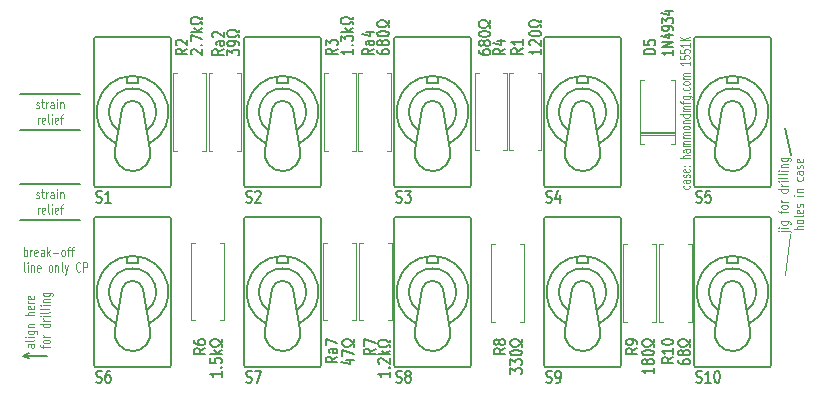
<source format=gbr>
%TF.GenerationSoftware,KiCad,Pcbnew,(5.1.9-0-10_14)*%
%TF.CreationDate,2021-04-30T00:14:49+02:00*%
%TF.ProjectId,CP-PP-miniEVsimulator,43502d50-502d-46d6-996e-69455673696d,rev?*%
%TF.SameCoordinates,Original*%
%TF.FileFunction,Legend,Top*%
%TF.FilePolarity,Positive*%
%FSLAX46Y46*%
G04 Gerber Fmt 4.6, Leading zero omitted, Abs format (unit mm)*
G04 Created by KiCad (PCBNEW (5.1.9-0-10_14)) date 2021-04-30 00:14:49*
%MOMM*%
%LPD*%
G01*
G04 APERTURE LIST*
%ADD10C,0.100000*%
%ADD11C,0.150000*%
%ADD12C,0.120000*%
G04 APERTURE END LIST*
D10*
X156845000Y-145923000D02*
X157226000Y-142430500D01*
X92409857Y-144301404D02*
X92409857Y-143501404D01*
X92409857Y-143806166D02*
X92467000Y-143768071D01*
X92581285Y-143768071D01*
X92638428Y-143806166D01*
X92667000Y-143844261D01*
X92695571Y-143920452D01*
X92695571Y-144149023D01*
X92667000Y-144225214D01*
X92638428Y-144263309D01*
X92581285Y-144301404D01*
X92467000Y-144301404D01*
X92409857Y-144263309D01*
X92952714Y-144301404D02*
X92952714Y-143768071D01*
X92952714Y-143920452D02*
X92981285Y-143844261D01*
X93009857Y-143806166D01*
X93067000Y-143768071D01*
X93124142Y-143768071D01*
X93552714Y-144263309D02*
X93495571Y-144301404D01*
X93381285Y-144301404D01*
X93324142Y-144263309D01*
X93295571Y-144187119D01*
X93295571Y-143882357D01*
X93324142Y-143806166D01*
X93381285Y-143768071D01*
X93495571Y-143768071D01*
X93552714Y-143806166D01*
X93581285Y-143882357D01*
X93581285Y-143958547D01*
X93295571Y-144034738D01*
X94095571Y-144301404D02*
X94095571Y-143882357D01*
X94067000Y-143806166D01*
X94009857Y-143768071D01*
X93895571Y-143768071D01*
X93838428Y-143806166D01*
X94095571Y-144263309D02*
X94038428Y-144301404D01*
X93895571Y-144301404D01*
X93838428Y-144263309D01*
X93809857Y-144187119D01*
X93809857Y-144110928D01*
X93838428Y-144034738D01*
X93895571Y-143996642D01*
X94038428Y-143996642D01*
X94095571Y-143958547D01*
X94381285Y-144301404D02*
X94381285Y-143501404D01*
X94438428Y-143996642D02*
X94609857Y-144301404D01*
X94609857Y-143768071D02*
X94381285Y-144072833D01*
X94867000Y-143996642D02*
X95324142Y-143996642D01*
X95695571Y-144301404D02*
X95638428Y-144263309D01*
X95609857Y-144225214D01*
X95581285Y-144149023D01*
X95581285Y-143920452D01*
X95609857Y-143844261D01*
X95638428Y-143806166D01*
X95695571Y-143768071D01*
X95781285Y-143768071D01*
X95838428Y-143806166D01*
X95867000Y-143844261D01*
X95895571Y-143920452D01*
X95895571Y-144149023D01*
X95867000Y-144225214D01*
X95838428Y-144263309D01*
X95781285Y-144301404D01*
X95695571Y-144301404D01*
X96067000Y-143768071D02*
X96295571Y-143768071D01*
X96152714Y-144301404D02*
X96152714Y-143615690D01*
X96181285Y-143539500D01*
X96238428Y-143501404D01*
X96295571Y-143501404D01*
X96409857Y-143768071D02*
X96638428Y-143768071D01*
X96495571Y-144301404D02*
X96495571Y-143615690D01*
X96524142Y-143539500D01*
X96581285Y-143501404D01*
X96638428Y-143501404D01*
X92495571Y-145601404D02*
X92438428Y-145563309D01*
X92409857Y-145487119D01*
X92409857Y-144801404D01*
X92724142Y-145601404D02*
X92724142Y-145068071D01*
X92724142Y-144801404D02*
X92695571Y-144839500D01*
X92724142Y-144877595D01*
X92752714Y-144839500D01*
X92724142Y-144801404D01*
X92724142Y-144877595D01*
X93009857Y-145068071D02*
X93009857Y-145601404D01*
X93009857Y-145144261D02*
X93038428Y-145106166D01*
X93095571Y-145068071D01*
X93181285Y-145068071D01*
X93238428Y-145106166D01*
X93267000Y-145182357D01*
X93267000Y-145601404D01*
X93781285Y-145563309D02*
X93724142Y-145601404D01*
X93609857Y-145601404D01*
X93552714Y-145563309D01*
X93524142Y-145487119D01*
X93524142Y-145182357D01*
X93552714Y-145106166D01*
X93609857Y-145068071D01*
X93724142Y-145068071D01*
X93781285Y-145106166D01*
X93809857Y-145182357D01*
X93809857Y-145258547D01*
X93524142Y-145334738D01*
X94609857Y-145601404D02*
X94552714Y-145563309D01*
X94524142Y-145525214D01*
X94495571Y-145449023D01*
X94495571Y-145220452D01*
X94524142Y-145144261D01*
X94552714Y-145106166D01*
X94609857Y-145068071D01*
X94695571Y-145068071D01*
X94752714Y-145106166D01*
X94781285Y-145144261D01*
X94809857Y-145220452D01*
X94809857Y-145449023D01*
X94781285Y-145525214D01*
X94752714Y-145563309D01*
X94695571Y-145601404D01*
X94609857Y-145601404D01*
X95067000Y-145068071D02*
X95067000Y-145601404D01*
X95067000Y-145144261D02*
X95095571Y-145106166D01*
X95152714Y-145068071D01*
X95238428Y-145068071D01*
X95295571Y-145106166D01*
X95324142Y-145182357D01*
X95324142Y-145601404D01*
X95695571Y-145601404D02*
X95638428Y-145563309D01*
X95609857Y-145487119D01*
X95609857Y-144801404D01*
X95867000Y-145068071D02*
X96009857Y-145601404D01*
X96152714Y-145068071D02*
X96009857Y-145601404D01*
X95952714Y-145791880D01*
X95924142Y-145829976D01*
X95867000Y-145868071D01*
X97181285Y-145525214D02*
X97152714Y-145563309D01*
X97067000Y-145601404D01*
X97009857Y-145601404D01*
X96924142Y-145563309D01*
X96867000Y-145487119D01*
X96838428Y-145410928D01*
X96809857Y-145258547D01*
X96809857Y-145144261D01*
X96838428Y-144991880D01*
X96867000Y-144915690D01*
X96924142Y-144839500D01*
X97009857Y-144801404D01*
X97067000Y-144801404D01*
X97152714Y-144839500D01*
X97181285Y-144877595D01*
X97438428Y-145601404D02*
X97438428Y-144801404D01*
X97667000Y-144801404D01*
X97724142Y-144839500D01*
X97752714Y-144877595D01*
X97781285Y-144953785D01*
X97781285Y-145068071D01*
X97752714Y-145144261D01*
X97724142Y-145182357D01*
X97667000Y-145220452D01*
X97438428Y-145220452D01*
X93443571Y-131753809D02*
X93500714Y-131791904D01*
X93615000Y-131791904D01*
X93672142Y-131753809D01*
X93700714Y-131677619D01*
X93700714Y-131639523D01*
X93672142Y-131563333D01*
X93615000Y-131525238D01*
X93529285Y-131525238D01*
X93472142Y-131487142D01*
X93443571Y-131410952D01*
X93443571Y-131372857D01*
X93472142Y-131296666D01*
X93529285Y-131258571D01*
X93615000Y-131258571D01*
X93672142Y-131296666D01*
X93872142Y-131258571D02*
X94100714Y-131258571D01*
X93957857Y-130991904D02*
X93957857Y-131677619D01*
X93986428Y-131753809D01*
X94043571Y-131791904D01*
X94100714Y-131791904D01*
X94300714Y-131791904D02*
X94300714Y-131258571D01*
X94300714Y-131410952D02*
X94329285Y-131334761D01*
X94357857Y-131296666D01*
X94415000Y-131258571D01*
X94472142Y-131258571D01*
X94929285Y-131791904D02*
X94929285Y-131372857D01*
X94900714Y-131296666D01*
X94843571Y-131258571D01*
X94729285Y-131258571D01*
X94672142Y-131296666D01*
X94929285Y-131753809D02*
X94872142Y-131791904D01*
X94729285Y-131791904D01*
X94672142Y-131753809D01*
X94643571Y-131677619D01*
X94643571Y-131601428D01*
X94672142Y-131525238D01*
X94729285Y-131487142D01*
X94872142Y-131487142D01*
X94929285Y-131449047D01*
X95215000Y-131791904D02*
X95215000Y-131258571D01*
X95215000Y-130991904D02*
X95186428Y-131030000D01*
X95215000Y-131068095D01*
X95243571Y-131030000D01*
X95215000Y-130991904D01*
X95215000Y-131068095D01*
X95500714Y-131258571D02*
X95500714Y-131791904D01*
X95500714Y-131334761D02*
X95529285Y-131296666D01*
X95586428Y-131258571D01*
X95672142Y-131258571D01*
X95729285Y-131296666D01*
X95757857Y-131372857D01*
X95757857Y-131791904D01*
X93586428Y-133091904D02*
X93586428Y-132558571D01*
X93586428Y-132710952D02*
X93615000Y-132634761D01*
X93643571Y-132596666D01*
X93700714Y-132558571D01*
X93757857Y-132558571D01*
X94186428Y-133053809D02*
X94129285Y-133091904D01*
X94015000Y-133091904D01*
X93957857Y-133053809D01*
X93929285Y-132977619D01*
X93929285Y-132672857D01*
X93957857Y-132596666D01*
X94015000Y-132558571D01*
X94129285Y-132558571D01*
X94186428Y-132596666D01*
X94215000Y-132672857D01*
X94215000Y-132749047D01*
X93929285Y-132825238D01*
X94557857Y-133091904D02*
X94500714Y-133053809D01*
X94472142Y-132977619D01*
X94472142Y-132291904D01*
X94786428Y-133091904D02*
X94786428Y-132558571D01*
X94786428Y-132291904D02*
X94757857Y-132330000D01*
X94786428Y-132368095D01*
X94815000Y-132330000D01*
X94786428Y-132291904D01*
X94786428Y-132368095D01*
X95300714Y-133053809D02*
X95243571Y-133091904D01*
X95129285Y-133091904D01*
X95072142Y-133053809D01*
X95043571Y-132977619D01*
X95043571Y-132672857D01*
X95072142Y-132596666D01*
X95129285Y-132558571D01*
X95243571Y-132558571D01*
X95300714Y-132596666D01*
X95329285Y-132672857D01*
X95329285Y-132749047D01*
X95043571Y-132825238D01*
X95500714Y-132558571D02*
X95729285Y-132558571D01*
X95586428Y-133091904D02*
X95586428Y-132406190D01*
X95615000Y-132330000D01*
X95672142Y-132291904D01*
X95729285Y-132291904D01*
D11*
X157353000Y-135699500D02*
X156845000Y-133477000D01*
X92340000Y-152710000D02*
X94340000Y-152710000D01*
X92340000Y-152710000D02*
X92840000Y-152460000D01*
X92340000Y-152710000D02*
X92840000Y-152960000D01*
D10*
X156531571Y-142165000D02*
X157217285Y-142165000D01*
X157293476Y-142193571D01*
X157331571Y-142250714D01*
X157331571Y-142279285D01*
X156264904Y-142165000D02*
X156303000Y-142193571D01*
X156341095Y-142165000D01*
X156303000Y-142136428D01*
X156264904Y-142165000D01*
X156341095Y-142165000D01*
X157064904Y-141879285D02*
X156531571Y-141879285D01*
X156264904Y-141879285D02*
X156303000Y-141907857D01*
X156341095Y-141879285D01*
X156303000Y-141850714D01*
X156264904Y-141879285D01*
X156341095Y-141879285D01*
X156531571Y-141336428D02*
X157179190Y-141336428D01*
X157255380Y-141365000D01*
X157293476Y-141393571D01*
X157331571Y-141450714D01*
X157331571Y-141536428D01*
X157293476Y-141593571D01*
X157026809Y-141336428D02*
X157064904Y-141393571D01*
X157064904Y-141507857D01*
X157026809Y-141565000D01*
X156988714Y-141593571D01*
X156912523Y-141622142D01*
X156683952Y-141622142D01*
X156607761Y-141593571D01*
X156569666Y-141565000D01*
X156531571Y-141507857D01*
X156531571Y-141393571D01*
X156569666Y-141336428D01*
X156531571Y-140679285D02*
X156531571Y-140450714D01*
X157064904Y-140593571D02*
X156379190Y-140593571D01*
X156303000Y-140565000D01*
X156264904Y-140507857D01*
X156264904Y-140450714D01*
X157064904Y-140165000D02*
X157026809Y-140222142D01*
X156988714Y-140250714D01*
X156912523Y-140279285D01*
X156683952Y-140279285D01*
X156607761Y-140250714D01*
X156569666Y-140222142D01*
X156531571Y-140165000D01*
X156531571Y-140079285D01*
X156569666Y-140022142D01*
X156607761Y-139993571D01*
X156683952Y-139965000D01*
X156912523Y-139965000D01*
X156988714Y-139993571D01*
X157026809Y-140022142D01*
X157064904Y-140079285D01*
X157064904Y-140165000D01*
X157064904Y-139707857D02*
X156531571Y-139707857D01*
X156683952Y-139707857D02*
X156607761Y-139679285D01*
X156569666Y-139650714D01*
X156531571Y-139593571D01*
X156531571Y-139536428D01*
X157064904Y-138622142D02*
X156264904Y-138622142D01*
X157026809Y-138622142D02*
X157064904Y-138679285D01*
X157064904Y-138793571D01*
X157026809Y-138850714D01*
X156988714Y-138879285D01*
X156912523Y-138907857D01*
X156683952Y-138907857D01*
X156607761Y-138879285D01*
X156569666Y-138850714D01*
X156531571Y-138793571D01*
X156531571Y-138679285D01*
X156569666Y-138622142D01*
X157064904Y-138336428D02*
X156531571Y-138336428D01*
X156683952Y-138336428D02*
X156607761Y-138307857D01*
X156569666Y-138279285D01*
X156531571Y-138222142D01*
X156531571Y-138165000D01*
X157064904Y-137965000D02*
X156531571Y-137965000D01*
X156264904Y-137965000D02*
X156303000Y-137993571D01*
X156341095Y-137965000D01*
X156303000Y-137936428D01*
X156264904Y-137965000D01*
X156341095Y-137965000D01*
X157064904Y-137593571D02*
X157026809Y-137650714D01*
X156950619Y-137679285D01*
X156264904Y-137679285D01*
X157064904Y-137279285D02*
X157026809Y-137336428D01*
X156950619Y-137365000D01*
X156264904Y-137365000D01*
X157064904Y-137050714D02*
X156531571Y-137050714D01*
X156264904Y-137050714D02*
X156303000Y-137079285D01*
X156341095Y-137050714D01*
X156303000Y-137022142D01*
X156264904Y-137050714D01*
X156341095Y-137050714D01*
X156531571Y-136765000D02*
X157064904Y-136765000D01*
X156607761Y-136765000D02*
X156569666Y-136736428D01*
X156531571Y-136679285D01*
X156531571Y-136593571D01*
X156569666Y-136536428D01*
X156645857Y-136507857D01*
X157064904Y-136507857D01*
X156531571Y-135965000D02*
X157179190Y-135965000D01*
X157255380Y-135993571D01*
X157293476Y-136022142D01*
X157331571Y-136079285D01*
X157331571Y-136165000D01*
X157293476Y-136222142D01*
X157026809Y-135965000D02*
X157064904Y-136022142D01*
X157064904Y-136136428D01*
X157026809Y-136193571D01*
X156988714Y-136222142D01*
X156912523Y-136250714D01*
X156683952Y-136250714D01*
X156607761Y-136222142D01*
X156569666Y-136193571D01*
X156531571Y-136136428D01*
X156531571Y-136022142D01*
X156569666Y-135965000D01*
X158364904Y-142022142D02*
X157564904Y-142022142D01*
X158364904Y-141765000D02*
X157945857Y-141765000D01*
X157869666Y-141793571D01*
X157831571Y-141850714D01*
X157831571Y-141936428D01*
X157869666Y-141993571D01*
X157907761Y-142022142D01*
X158364904Y-141393571D02*
X158326809Y-141450714D01*
X158288714Y-141479285D01*
X158212523Y-141507857D01*
X157983952Y-141507857D01*
X157907761Y-141479285D01*
X157869666Y-141450714D01*
X157831571Y-141393571D01*
X157831571Y-141307857D01*
X157869666Y-141250714D01*
X157907761Y-141222142D01*
X157983952Y-141193571D01*
X158212523Y-141193571D01*
X158288714Y-141222142D01*
X158326809Y-141250714D01*
X158364904Y-141307857D01*
X158364904Y-141393571D01*
X158364904Y-140850714D02*
X158326809Y-140907857D01*
X158250619Y-140936428D01*
X157564904Y-140936428D01*
X158326809Y-140393571D02*
X158364904Y-140450714D01*
X158364904Y-140565000D01*
X158326809Y-140622142D01*
X158250619Y-140650714D01*
X157945857Y-140650714D01*
X157869666Y-140622142D01*
X157831571Y-140565000D01*
X157831571Y-140450714D01*
X157869666Y-140393571D01*
X157945857Y-140365000D01*
X158022047Y-140365000D01*
X158098238Y-140650714D01*
X158326809Y-140136428D02*
X158364904Y-140079285D01*
X158364904Y-139965000D01*
X158326809Y-139907857D01*
X158250619Y-139879285D01*
X158212523Y-139879285D01*
X158136333Y-139907857D01*
X158098238Y-139965000D01*
X158098238Y-140050714D01*
X158060142Y-140107857D01*
X157983952Y-140136428D01*
X157945857Y-140136428D01*
X157869666Y-140107857D01*
X157831571Y-140050714D01*
X157831571Y-139965000D01*
X157869666Y-139907857D01*
X158364904Y-139165000D02*
X157831571Y-139165000D01*
X157564904Y-139165000D02*
X157603000Y-139193571D01*
X157641095Y-139165000D01*
X157603000Y-139136428D01*
X157564904Y-139165000D01*
X157641095Y-139165000D01*
X157831571Y-138879285D02*
X158364904Y-138879285D01*
X157907761Y-138879285D02*
X157869666Y-138850714D01*
X157831571Y-138793571D01*
X157831571Y-138707857D01*
X157869666Y-138650714D01*
X157945857Y-138622142D01*
X158364904Y-138622142D01*
X158326809Y-137622142D02*
X158364904Y-137679285D01*
X158364904Y-137793571D01*
X158326809Y-137850714D01*
X158288714Y-137879285D01*
X158212523Y-137907857D01*
X157983952Y-137907857D01*
X157907761Y-137879285D01*
X157869666Y-137850714D01*
X157831571Y-137793571D01*
X157831571Y-137679285D01*
X157869666Y-137622142D01*
X158364904Y-137107857D02*
X157945857Y-137107857D01*
X157869666Y-137136428D01*
X157831571Y-137193571D01*
X157831571Y-137307857D01*
X157869666Y-137365000D01*
X158326809Y-137107857D02*
X158364904Y-137165000D01*
X158364904Y-137307857D01*
X158326809Y-137365000D01*
X158250619Y-137393571D01*
X158174428Y-137393571D01*
X158098238Y-137365000D01*
X158060142Y-137307857D01*
X158060142Y-137165000D01*
X158022047Y-137107857D01*
X158326809Y-136850714D02*
X158364904Y-136793571D01*
X158364904Y-136679285D01*
X158326809Y-136622142D01*
X158250619Y-136593571D01*
X158212523Y-136593571D01*
X158136333Y-136622142D01*
X158098238Y-136679285D01*
X158098238Y-136765000D01*
X158060142Y-136822142D01*
X157983952Y-136850714D01*
X157945857Y-136850714D01*
X157869666Y-136822142D01*
X157831571Y-136765000D01*
X157831571Y-136679285D01*
X157869666Y-136622142D01*
X158326809Y-136107857D02*
X158364904Y-136165000D01*
X158364904Y-136279285D01*
X158326809Y-136336428D01*
X158250619Y-136365000D01*
X157945857Y-136365000D01*
X157869666Y-136336428D01*
X157831571Y-136279285D01*
X157831571Y-136165000D01*
X157869666Y-136107857D01*
X157945857Y-136079285D01*
X158022047Y-136079285D01*
X158098238Y-136365000D01*
X148723309Y-138324452D02*
X148761404Y-138376833D01*
X148761404Y-138481595D01*
X148723309Y-138533976D01*
X148685214Y-138560166D01*
X148609023Y-138586357D01*
X148380452Y-138586357D01*
X148304261Y-138560166D01*
X148266166Y-138533976D01*
X148228071Y-138481595D01*
X148228071Y-138376833D01*
X148266166Y-138324452D01*
X148761404Y-137853023D02*
X148342357Y-137853023D01*
X148266166Y-137879214D01*
X148228071Y-137931595D01*
X148228071Y-138036357D01*
X148266166Y-138088738D01*
X148723309Y-137853023D02*
X148761404Y-137905404D01*
X148761404Y-138036357D01*
X148723309Y-138088738D01*
X148647119Y-138114928D01*
X148570928Y-138114928D01*
X148494738Y-138088738D01*
X148456642Y-138036357D01*
X148456642Y-137905404D01*
X148418547Y-137853023D01*
X148723309Y-137617309D02*
X148761404Y-137564928D01*
X148761404Y-137460166D01*
X148723309Y-137407785D01*
X148647119Y-137381595D01*
X148609023Y-137381595D01*
X148532833Y-137407785D01*
X148494738Y-137460166D01*
X148494738Y-137538738D01*
X148456642Y-137591119D01*
X148380452Y-137617309D01*
X148342357Y-137617309D01*
X148266166Y-137591119D01*
X148228071Y-137538738D01*
X148228071Y-137460166D01*
X148266166Y-137407785D01*
X148723309Y-136936357D02*
X148761404Y-136988738D01*
X148761404Y-137093500D01*
X148723309Y-137145880D01*
X148647119Y-137172071D01*
X148342357Y-137172071D01*
X148266166Y-137145880D01*
X148228071Y-137093500D01*
X148228071Y-136988738D01*
X148266166Y-136936357D01*
X148342357Y-136910166D01*
X148418547Y-136910166D01*
X148494738Y-137172071D01*
X148685214Y-136674452D02*
X148723309Y-136648261D01*
X148761404Y-136674452D01*
X148723309Y-136700642D01*
X148685214Y-136674452D01*
X148761404Y-136674452D01*
X148266166Y-136674452D02*
X148304261Y-136648261D01*
X148342357Y-136674452D01*
X148304261Y-136700642D01*
X148266166Y-136674452D01*
X148342357Y-136674452D01*
X148761404Y-135993500D02*
X147961404Y-135993500D01*
X148761404Y-135757785D02*
X148342357Y-135757785D01*
X148266166Y-135783976D01*
X148228071Y-135836357D01*
X148228071Y-135914928D01*
X148266166Y-135967309D01*
X148304261Y-135993500D01*
X148761404Y-135260166D02*
X148342357Y-135260166D01*
X148266166Y-135286357D01*
X148228071Y-135338738D01*
X148228071Y-135443500D01*
X148266166Y-135495880D01*
X148723309Y-135260166D02*
X148761404Y-135312547D01*
X148761404Y-135443500D01*
X148723309Y-135495880D01*
X148647119Y-135522071D01*
X148570928Y-135522071D01*
X148494738Y-135495880D01*
X148456642Y-135443500D01*
X148456642Y-135312547D01*
X148418547Y-135260166D01*
X148761404Y-134998261D02*
X148228071Y-134998261D01*
X148304261Y-134998261D02*
X148266166Y-134972071D01*
X148228071Y-134919690D01*
X148228071Y-134841119D01*
X148266166Y-134788738D01*
X148342357Y-134762547D01*
X148761404Y-134762547D01*
X148342357Y-134762547D02*
X148266166Y-134736357D01*
X148228071Y-134683976D01*
X148228071Y-134605404D01*
X148266166Y-134553023D01*
X148342357Y-134526833D01*
X148761404Y-134526833D01*
X148761404Y-134264928D02*
X148228071Y-134264928D01*
X148304261Y-134264928D02*
X148266166Y-134238738D01*
X148228071Y-134186357D01*
X148228071Y-134107785D01*
X148266166Y-134055404D01*
X148342357Y-134029214D01*
X148761404Y-134029214D01*
X148342357Y-134029214D02*
X148266166Y-134003023D01*
X148228071Y-133950642D01*
X148228071Y-133872071D01*
X148266166Y-133819690D01*
X148342357Y-133793500D01*
X148761404Y-133793500D01*
X148761404Y-133453023D02*
X148723309Y-133505404D01*
X148685214Y-133531595D01*
X148609023Y-133557785D01*
X148380452Y-133557785D01*
X148304261Y-133531595D01*
X148266166Y-133505404D01*
X148228071Y-133453023D01*
X148228071Y-133374452D01*
X148266166Y-133322071D01*
X148304261Y-133295880D01*
X148380452Y-133269690D01*
X148609023Y-133269690D01*
X148685214Y-133295880D01*
X148723309Y-133322071D01*
X148761404Y-133374452D01*
X148761404Y-133453023D01*
X148228071Y-133033976D02*
X148761404Y-133033976D01*
X148304261Y-133033976D02*
X148266166Y-133007785D01*
X148228071Y-132955404D01*
X148228071Y-132876833D01*
X148266166Y-132824452D01*
X148342357Y-132798261D01*
X148761404Y-132798261D01*
X148761404Y-132300642D02*
X147961404Y-132300642D01*
X148723309Y-132300642D02*
X148761404Y-132353023D01*
X148761404Y-132457785D01*
X148723309Y-132510166D01*
X148685214Y-132536357D01*
X148609023Y-132562547D01*
X148380452Y-132562547D01*
X148304261Y-132536357D01*
X148266166Y-132510166D01*
X148228071Y-132457785D01*
X148228071Y-132353023D01*
X148266166Y-132300642D01*
X148761404Y-132038738D02*
X148228071Y-132038738D01*
X148304261Y-132038738D02*
X148266166Y-132012547D01*
X148228071Y-131960166D01*
X148228071Y-131881595D01*
X148266166Y-131829214D01*
X148342357Y-131803023D01*
X148761404Y-131803023D01*
X148342357Y-131803023D02*
X148266166Y-131776833D01*
X148228071Y-131724452D01*
X148228071Y-131645880D01*
X148266166Y-131593500D01*
X148342357Y-131567309D01*
X148761404Y-131567309D01*
X148228071Y-131383976D02*
X148228071Y-131174452D01*
X148761404Y-131305404D02*
X148075690Y-131305404D01*
X147999500Y-131279214D01*
X147961404Y-131226833D01*
X147961404Y-131174452D01*
X148228071Y-130755404D02*
X148875690Y-130755404D01*
X148951880Y-130781595D01*
X148989976Y-130807785D01*
X149028071Y-130860166D01*
X149028071Y-130938738D01*
X148989976Y-130991119D01*
X148723309Y-130755404D02*
X148761404Y-130807785D01*
X148761404Y-130912547D01*
X148723309Y-130964928D01*
X148685214Y-130991119D01*
X148609023Y-131017309D01*
X148380452Y-131017309D01*
X148304261Y-130991119D01*
X148266166Y-130964928D01*
X148228071Y-130912547D01*
X148228071Y-130807785D01*
X148266166Y-130755404D01*
X148685214Y-130493500D02*
X148723309Y-130467309D01*
X148761404Y-130493500D01*
X148723309Y-130519690D01*
X148685214Y-130493500D01*
X148761404Y-130493500D01*
X148723309Y-129995880D02*
X148761404Y-130048261D01*
X148761404Y-130153023D01*
X148723309Y-130205404D01*
X148685214Y-130231595D01*
X148609023Y-130257785D01*
X148380452Y-130257785D01*
X148304261Y-130231595D01*
X148266166Y-130205404D01*
X148228071Y-130153023D01*
X148228071Y-130048261D01*
X148266166Y-129995880D01*
X148761404Y-129681595D02*
X148723309Y-129733976D01*
X148685214Y-129760166D01*
X148609023Y-129786357D01*
X148380452Y-129786357D01*
X148304261Y-129760166D01*
X148266166Y-129733976D01*
X148228071Y-129681595D01*
X148228071Y-129603023D01*
X148266166Y-129550642D01*
X148304261Y-129524452D01*
X148380452Y-129498261D01*
X148609023Y-129498261D01*
X148685214Y-129524452D01*
X148723309Y-129550642D01*
X148761404Y-129603023D01*
X148761404Y-129681595D01*
X148761404Y-129262547D02*
X148228071Y-129262547D01*
X148304261Y-129262547D02*
X148266166Y-129236357D01*
X148228071Y-129183976D01*
X148228071Y-129105404D01*
X148266166Y-129053023D01*
X148342357Y-129026833D01*
X148761404Y-129026833D01*
X148342357Y-129026833D02*
X148266166Y-129000642D01*
X148228071Y-128948261D01*
X148228071Y-128869690D01*
X148266166Y-128817309D01*
X148342357Y-128791119D01*
X148761404Y-128791119D01*
X148761404Y-127822071D02*
X148761404Y-128136357D01*
X148761404Y-127979214D02*
X147961404Y-127979214D01*
X148075690Y-128031595D01*
X148151880Y-128083976D01*
X148189976Y-128136357D01*
X147961404Y-127324452D02*
X147961404Y-127586357D01*
X148342357Y-127612547D01*
X148304261Y-127586357D01*
X148266166Y-127533976D01*
X148266166Y-127403023D01*
X148304261Y-127350642D01*
X148342357Y-127324452D01*
X148418547Y-127298261D01*
X148609023Y-127298261D01*
X148685214Y-127324452D01*
X148723309Y-127350642D01*
X148761404Y-127403023D01*
X148761404Y-127533976D01*
X148723309Y-127586357D01*
X148685214Y-127612547D01*
X147961404Y-126800642D02*
X147961404Y-127062547D01*
X148342357Y-127088738D01*
X148304261Y-127062547D01*
X148266166Y-127010166D01*
X148266166Y-126879214D01*
X148304261Y-126826833D01*
X148342357Y-126800642D01*
X148418547Y-126774452D01*
X148609023Y-126774452D01*
X148685214Y-126800642D01*
X148723309Y-126826833D01*
X148761404Y-126879214D01*
X148761404Y-127010166D01*
X148723309Y-127062547D01*
X148685214Y-127088738D01*
X148761404Y-126250642D02*
X148761404Y-126564928D01*
X148761404Y-126407785D02*
X147961404Y-126407785D01*
X148075690Y-126460166D01*
X148151880Y-126512547D01*
X148189976Y-126564928D01*
X148761404Y-126014928D02*
X147961404Y-126014928D01*
X148761404Y-125700642D02*
X148304261Y-125936357D01*
X147961404Y-125700642D02*
X148418547Y-126014928D01*
X93273904Y-151745000D02*
X92854857Y-151745000D01*
X92778666Y-151773571D01*
X92740571Y-151830714D01*
X92740571Y-151945000D01*
X92778666Y-152002142D01*
X93235809Y-151745000D02*
X93273904Y-151802142D01*
X93273904Y-151945000D01*
X93235809Y-152002142D01*
X93159619Y-152030714D01*
X93083428Y-152030714D01*
X93007238Y-152002142D01*
X92969142Y-151945000D01*
X92969142Y-151802142D01*
X92931047Y-151745000D01*
X93273904Y-151373571D02*
X93235809Y-151430714D01*
X93159619Y-151459285D01*
X92473904Y-151459285D01*
X93273904Y-151145000D02*
X92740571Y-151145000D01*
X92473904Y-151145000D02*
X92512000Y-151173571D01*
X92550095Y-151145000D01*
X92512000Y-151116428D01*
X92473904Y-151145000D01*
X92550095Y-151145000D01*
X92740571Y-150602142D02*
X93388190Y-150602142D01*
X93464380Y-150630714D01*
X93502476Y-150659285D01*
X93540571Y-150716428D01*
X93540571Y-150802142D01*
X93502476Y-150859285D01*
X93235809Y-150602142D02*
X93273904Y-150659285D01*
X93273904Y-150773571D01*
X93235809Y-150830714D01*
X93197714Y-150859285D01*
X93121523Y-150887857D01*
X92892952Y-150887857D01*
X92816761Y-150859285D01*
X92778666Y-150830714D01*
X92740571Y-150773571D01*
X92740571Y-150659285D01*
X92778666Y-150602142D01*
X92740571Y-150316428D02*
X93273904Y-150316428D01*
X92816761Y-150316428D02*
X92778666Y-150287857D01*
X92740571Y-150230714D01*
X92740571Y-150145000D01*
X92778666Y-150087857D01*
X92854857Y-150059285D01*
X93273904Y-150059285D01*
X93273904Y-149316428D02*
X92473904Y-149316428D01*
X93273904Y-149059285D02*
X92854857Y-149059285D01*
X92778666Y-149087857D01*
X92740571Y-149145000D01*
X92740571Y-149230714D01*
X92778666Y-149287857D01*
X92816761Y-149316428D01*
X93235809Y-148545000D02*
X93273904Y-148602142D01*
X93273904Y-148716428D01*
X93235809Y-148773571D01*
X93159619Y-148802142D01*
X92854857Y-148802142D01*
X92778666Y-148773571D01*
X92740571Y-148716428D01*
X92740571Y-148602142D01*
X92778666Y-148545000D01*
X92854857Y-148516428D01*
X92931047Y-148516428D01*
X93007238Y-148802142D01*
X93273904Y-148259285D02*
X92740571Y-148259285D01*
X92892952Y-148259285D02*
X92816761Y-148230714D01*
X92778666Y-148202142D01*
X92740571Y-148145000D01*
X92740571Y-148087857D01*
X93235809Y-147659285D02*
X93273904Y-147716428D01*
X93273904Y-147830714D01*
X93235809Y-147887857D01*
X93159619Y-147916428D01*
X92854857Y-147916428D01*
X92778666Y-147887857D01*
X92740571Y-147830714D01*
X92740571Y-147716428D01*
X92778666Y-147659285D01*
X92854857Y-147630714D01*
X92931047Y-147630714D01*
X93007238Y-147916428D01*
X94040571Y-152087857D02*
X94040571Y-151859285D01*
X94573904Y-152002142D02*
X93888190Y-152002142D01*
X93812000Y-151973571D01*
X93773904Y-151916428D01*
X93773904Y-151859285D01*
X94573904Y-151573571D02*
X94535809Y-151630714D01*
X94497714Y-151659285D01*
X94421523Y-151687857D01*
X94192952Y-151687857D01*
X94116761Y-151659285D01*
X94078666Y-151630714D01*
X94040571Y-151573571D01*
X94040571Y-151487857D01*
X94078666Y-151430714D01*
X94116761Y-151402142D01*
X94192952Y-151373571D01*
X94421523Y-151373571D01*
X94497714Y-151402142D01*
X94535809Y-151430714D01*
X94573904Y-151487857D01*
X94573904Y-151573571D01*
X94573904Y-151116428D02*
X94040571Y-151116428D01*
X94192952Y-151116428D02*
X94116761Y-151087857D01*
X94078666Y-151059285D01*
X94040571Y-151002142D01*
X94040571Y-150945000D01*
X94573904Y-150030714D02*
X93773904Y-150030714D01*
X94535809Y-150030714D02*
X94573904Y-150087857D01*
X94573904Y-150202142D01*
X94535809Y-150259285D01*
X94497714Y-150287857D01*
X94421523Y-150316428D01*
X94192952Y-150316428D01*
X94116761Y-150287857D01*
X94078666Y-150259285D01*
X94040571Y-150202142D01*
X94040571Y-150087857D01*
X94078666Y-150030714D01*
X94573904Y-149745000D02*
X94040571Y-149745000D01*
X94192952Y-149745000D02*
X94116761Y-149716428D01*
X94078666Y-149687857D01*
X94040571Y-149630714D01*
X94040571Y-149573571D01*
X94573904Y-149373571D02*
X94040571Y-149373571D01*
X93773904Y-149373571D02*
X93812000Y-149402142D01*
X93850095Y-149373571D01*
X93812000Y-149345000D01*
X93773904Y-149373571D01*
X93850095Y-149373571D01*
X94573904Y-149002142D02*
X94535809Y-149059285D01*
X94459619Y-149087857D01*
X93773904Y-149087857D01*
X94573904Y-148687857D02*
X94535809Y-148745000D01*
X94459619Y-148773571D01*
X93773904Y-148773571D01*
X94573904Y-148459285D02*
X94040571Y-148459285D01*
X93773904Y-148459285D02*
X93812000Y-148487857D01*
X93850095Y-148459285D01*
X93812000Y-148430714D01*
X93773904Y-148459285D01*
X93850095Y-148459285D01*
X94040571Y-148173571D02*
X94573904Y-148173571D01*
X94116761Y-148173571D02*
X94078666Y-148145000D01*
X94040571Y-148087857D01*
X94040571Y-148002142D01*
X94078666Y-147945000D01*
X94154857Y-147916428D01*
X94573904Y-147916428D01*
X94040571Y-147373571D02*
X94688190Y-147373571D01*
X94764380Y-147402142D01*
X94802476Y-147430714D01*
X94840571Y-147487857D01*
X94840571Y-147573571D01*
X94802476Y-147630714D01*
X94535809Y-147373571D02*
X94573904Y-147430714D01*
X94573904Y-147545000D01*
X94535809Y-147602142D01*
X94497714Y-147630714D01*
X94421523Y-147659285D01*
X94192952Y-147659285D01*
X94116761Y-147630714D01*
X94078666Y-147602142D01*
X94040571Y-147545000D01*
X94040571Y-147430714D01*
X94078666Y-147373571D01*
X93443571Y-139373809D02*
X93500714Y-139411904D01*
X93615000Y-139411904D01*
X93672142Y-139373809D01*
X93700714Y-139297619D01*
X93700714Y-139259523D01*
X93672142Y-139183333D01*
X93615000Y-139145238D01*
X93529285Y-139145238D01*
X93472142Y-139107142D01*
X93443571Y-139030952D01*
X93443571Y-138992857D01*
X93472142Y-138916666D01*
X93529285Y-138878571D01*
X93615000Y-138878571D01*
X93672142Y-138916666D01*
X93872142Y-138878571D02*
X94100714Y-138878571D01*
X93957857Y-138611904D02*
X93957857Y-139297619D01*
X93986428Y-139373809D01*
X94043571Y-139411904D01*
X94100714Y-139411904D01*
X94300714Y-139411904D02*
X94300714Y-138878571D01*
X94300714Y-139030952D02*
X94329285Y-138954761D01*
X94357857Y-138916666D01*
X94415000Y-138878571D01*
X94472142Y-138878571D01*
X94929285Y-139411904D02*
X94929285Y-138992857D01*
X94900714Y-138916666D01*
X94843571Y-138878571D01*
X94729285Y-138878571D01*
X94672142Y-138916666D01*
X94929285Y-139373809D02*
X94872142Y-139411904D01*
X94729285Y-139411904D01*
X94672142Y-139373809D01*
X94643571Y-139297619D01*
X94643571Y-139221428D01*
X94672142Y-139145238D01*
X94729285Y-139107142D01*
X94872142Y-139107142D01*
X94929285Y-139069047D01*
X95215000Y-139411904D02*
X95215000Y-138878571D01*
X95215000Y-138611904D02*
X95186428Y-138650000D01*
X95215000Y-138688095D01*
X95243571Y-138650000D01*
X95215000Y-138611904D01*
X95215000Y-138688095D01*
X95500714Y-138878571D02*
X95500714Y-139411904D01*
X95500714Y-138954761D02*
X95529285Y-138916666D01*
X95586428Y-138878571D01*
X95672142Y-138878571D01*
X95729285Y-138916666D01*
X95757857Y-138992857D01*
X95757857Y-139411904D01*
X93586428Y-140711904D02*
X93586428Y-140178571D01*
X93586428Y-140330952D02*
X93615000Y-140254761D01*
X93643571Y-140216666D01*
X93700714Y-140178571D01*
X93757857Y-140178571D01*
X94186428Y-140673809D02*
X94129285Y-140711904D01*
X94015000Y-140711904D01*
X93957857Y-140673809D01*
X93929285Y-140597619D01*
X93929285Y-140292857D01*
X93957857Y-140216666D01*
X94015000Y-140178571D01*
X94129285Y-140178571D01*
X94186428Y-140216666D01*
X94215000Y-140292857D01*
X94215000Y-140369047D01*
X93929285Y-140445238D01*
X94557857Y-140711904D02*
X94500714Y-140673809D01*
X94472142Y-140597619D01*
X94472142Y-139911904D01*
X94786428Y-140711904D02*
X94786428Y-140178571D01*
X94786428Y-139911904D02*
X94757857Y-139950000D01*
X94786428Y-139988095D01*
X94815000Y-139950000D01*
X94786428Y-139911904D01*
X94786428Y-139988095D01*
X95300714Y-140673809D02*
X95243571Y-140711904D01*
X95129285Y-140711904D01*
X95072142Y-140673809D01*
X95043571Y-140597619D01*
X95043571Y-140292857D01*
X95072142Y-140216666D01*
X95129285Y-140178571D01*
X95243571Y-140178571D01*
X95300714Y-140216666D01*
X95329285Y-140292857D01*
X95329285Y-140369047D01*
X95043571Y-140445238D01*
X95500714Y-140178571D02*
X95729285Y-140178571D01*
X95586428Y-140711904D02*
X95586428Y-140026190D01*
X95615000Y-139950000D01*
X95672142Y-139911904D01*
X95729285Y-139911904D01*
D11*
%TO.C,REF\u002A\u002A*%
X92115000Y-138200000D02*
X97115000Y-138200000D01*
X92115000Y-141200000D02*
X97115000Y-141200000D01*
X92115000Y-130580000D02*
X97115000Y-130580000D01*
X92115000Y-133580000D02*
X97115000Y-133580000D01*
D12*
%TO.C,R4*%
X133320000Y-128770000D02*
X132990000Y-128770000D01*
X133320000Y-135310000D02*
X133320000Y-128770000D01*
X132990000Y-135310000D02*
X133320000Y-135310000D01*
X130580000Y-128770000D02*
X130910000Y-128770000D01*
X130580000Y-135310000D02*
X130580000Y-128770000D01*
X130910000Y-135310000D02*
X130580000Y-135310000D01*
D11*
%TO.C,S10*%
X153300000Y-147070000D02*
X153891159Y-150521767D01*
X151500000Y-147070000D02*
X150900001Y-150570001D01*
X152900000Y-144870000D02*
X152900000Y-144320000D01*
X151900000Y-144870000D02*
X152900000Y-144870000D01*
X151900000Y-144320000D02*
X151900000Y-144870000D01*
X155550000Y-153670000D02*
X149250000Y-153670000D01*
X155700000Y-141120000D02*
X155700000Y-153520000D01*
X149250000Y-140970000D02*
X155550000Y-140970000D01*
X149100000Y-153520000D02*
X149100000Y-141120000D01*
X151000000Y-150019999D02*
G75*
G02*
X153799999Y-150019999I1400000J2699999D01*
G01*
X151150001Y-148869999D02*
G75*
G02*
X153649999Y-148869999I1249999J1549999D01*
G01*
X153891158Y-150521768D02*
G75*
G02*
X150900001Y-150570001I-1491158J-298232D01*
G01*
X151500001Y-147070000D02*
G75*
G02*
X153299999Y-147070001I899999J-250000D01*
G01*
X149250000Y-153670000D02*
G75*
G02*
X149100000Y-153520000I0J150000D01*
G01*
X155700000Y-153520000D02*
G75*
G02*
X155550000Y-153670000I-150000J0D01*
G01*
X155550000Y-140970000D02*
G75*
G02*
X155700000Y-141120000I0J-150000D01*
G01*
X149100000Y-141120000D02*
G75*
G02*
X149250000Y-140970000I150000J0D01*
G01*
%TO.C,S9*%
X140600000Y-147070000D02*
X141191159Y-150521767D01*
X138800000Y-147070000D02*
X138200001Y-150570001D01*
X140200000Y-144870000D02*
X140200000Y-144320000D01*
X139200000Y-144870000D02*
X140200000Y-144870000D01*
X139200000Y-144320000D02*
X139200000Y-144870000D01*
X142850000Y-153670000D02*
X136550000Y-153670000D01*
X143000000Y-141120000D02*
X143000000Y-153520000D01*
X136550000Y-140970000D02*
X142850000Y-140970000D01*
X136400000Y-153520000D02*
X136400000Y-141120000D01*
X138300000Y-150019999D02*
G75*
G02*
X141099999Y-150019999I1400000J2699999D01*
G01*
X138450001Y-148869999D02*
G75*
G02*
X140949999Y-148869999I1249999J1549999D01*
G01*
X141191158Y-150521768D02*
G75*
G02*
X138200001Y-150570001I-1491158J-298232D01*
G01*
X138800001Y-147070000D02*
G75*
G02*
X140599999Y-147070001I899999J-250000D01*
G01*
X136550000Y-153670000D02*
G75*
G02*
X136400000Y-153520000I0J150000D01*
G01*
X143000000Y-153520000D02*
G75*
G02*
X142850000Y-153670000I-150000J0D01*
G01*
X142850000Y-140970000D02*
G75*
G02*
X143000000Y-141120000I0J-150000D01*
G01*
X136400000Y-141120000D02*
G75*
G02*
X136550000Y-140970000I150000J0D01*
G01*
%TO.C,S8*%
X127900000Y-147070000D02*
X128491159Y-150521767D01*
X126100000Y-147070000D02*
X125500001Y-150570001D01*
X127500000Y-144870000D02*
X127500000Y-144320000D01*
X126500000Y-144870000D02*
X127500000Y-144870000D01*
X126500000Y-144320000D02*
X126500000Y-144870000D01*
X130150000Y-153670000D02*
X123850000Y-153670000D01*
X130300000Y-141120000D02*
X130300000Y-153520000D01*
X123850000Y-140970000D02*
X130150000Y-140970000D01*
X123700000Y-153520000D02*
X123700000Y-141120000D01*
X125600000Y-150019999D02*
G75*
G02*
X128399999Y-150019999I1400000J2699999D01*
G01*
X125750001Y-148869999D02*
G75*
G02*
X128249999Y-148869999I1249999J1549999D01*
G01*
X128491158Y-150521768D02*
G75*
G02*
X125500001Y-150570001I-1491158J-298232D01*
G01*
X126100001Y-147070000D02*
G75*
G02*
X127899999Y-147070001I899999J-250000D01*
G01*
X123850000Y-153670000D02*
G75*
G02*
X123700000Y-153520000I0J150000D01*
G01*
X130300000Y-153520000D02*
G75*
G02*
X130150000Y-153670000I-150000J0D01*
G01*
X130150000Y-140970000D02*
G75*
G02*
X130300000Y-141120000I0J-150000D01*
G01*
X123700000Y-141120000D02*
G75*
G02*
X123850000Y-140970000I150000J0D01*
G01*
%TO.C,S7*%
X115200000Y-147070000D02*
X115791159Y-150521767D01*
X113400000Y-147070000D02*
X112800001Y-150570001D01*
X114800000Y-144870000D02*
X114800000Y-144320000D01*
X113800000Y-144870000D02*
X114800000Y-144870000D01*
X113800000Y-144320000D02*
X113800000Y-144870000D01*
X117450000Y-153670000D02*
X111150000Y-153670000D01*
X117600000Y-141120000D02*
X117600000Y-153520000D01*
X111150000Y-140970000D02*
X117450000Y-140970000D01*
X111000000Y-153520000D02*
X111000000Y-141120000D01*
X112900000Y-150019999D02*
G75*
G02*
X115699999Y-150019999I1400000J2699999D01*
G01*
X113050001Y-148869999D02*
G75*
G02*
X115549999Y-148869999I1249999J1549999D01*
G01*
X115791158Y-150521768D02*
G75*
G02*
X112800001Y-150570001I-1491158J-298232D01*
G01*
X113400001Y-147070000D02*
G75*
G02*
X115199999Y-147070001I899999J-250000D01*
G01*
X111150000Y-153670000D02*
G75*
G02*
X111000000Y-153520000I0J150000D01*
G01*
X117600000Y-153520000D02*
G75*
G02*
X117450000Y-153670000I-150000J0D01*
G01*
X117450000Y-140970000D02*
G75*
G02*
X117600000Y-141120000I0J-150000D01*
G01*
X111000000Y-141120000D02*
G75*
G02*
X111150000Y-140970000I150000J0D01*
G01*
%TO.C,S6*%
X102500000Y-147070000D02*
X103091159Y-150521767D01*
X100700000Y-147070000D02*
X100100001Y-150570001D01*
X102100000Y-144870000D02*
X102100000Y-144320000D01*
X101100000Y-144870000D02*
X102100000Y-144870000D01*
X101100000Y-144320000D02*
X101100000Y-144870000D01*
X104750000Y-153670000D02*
X98450000Y-153670000D01*
X104900000Y-141120000D02*
X104900000Y-153520000D01*
X98450000Y-140970000D02*
X104750000Y-140970000D01*
X98300000Y-153520000D02*
X98300000Y-141120000D01*
X100200000Y-150019999D02*
G75*
G02*
X102999999Y-150019999I1400000J2699999D01*
G01*
X100350001Y-148869999D02*
G75*
G02*
X102849999Y-148869999I1249999J1549999D01*
G01*
X103091158Y-150521768D02*
G75*
G02*
X100100001Y-150570001I-1491158J-298232D01*
G01*
X100700001Y-147070000D02*
G75*
G02*
X102499999Y-147070001I899999J-250000D01*
G01*
X98450000Y-153670000D02*
G75*
G02*
X98300000Y-153520000I0J150000D01*
G01*
X104900000Y-153520000D02*
G75*
G02*
X104750000Y-153670000I-150000J0D01*
G01*
X104750000Y-140970000D02*
G75*
G02*
X104900000Y-141120000I0J-150000D01*
G01*
X98300000Y-141120000D02*
G75*
G02*
X98450000Y-140970000I150000J0D01*
G01*
D12*
%TO.C,R10*%
X146204000Y-149828000D02*
X146534000Y-149828000D01*
X146204000Y-143288000D02*
X146204000Y-149828000D01*
X146534000Y-143288000D02*
X146204000Y-143288000D01*
X148944000Y-149828000D02*
X148614000Y-149828000D01*
X148944000Y-143288000D02*
X148944000Y-149828000D01*
X148614000Y-143288000D02*
X148944000Y-143288000D01*
%TO.C,R9*%
X143156000Y-149828000D02*
X143486000Y-149828000D01*
X143156000Y-143288000D02*
X143156000Y-149828000D01*
X143486000Y-143288000D02*
X143156000Y-143288000D01*
X145896000Y-149828000D02*
X145566000Y-149828000D01*
X145896000Y-143288000D02*
X145896000Y-149828000D01*
X145566000Y-143288000D02*
X145896000Y-143288000D01*
%TO.C,R8*%
X131980000Y-149828000D02*
X132310000Y-149828000D01*
X131980000Y-143288000D02*
X131980000Y-149828000D01*
X132310000Y-143288000D02*
X131980000Y-143288000D01*
X134720000Y-149828000D02*
X134390000Y-149828000D01*
X134720000Y-143288000D02*
X134720000Y-149828000D01*
X134390000Y-143288000D02*
X134720000Y-143288000D01*
%TO.C,Ra7*%
X117756000Y-149701000D02*
X118086000Y-149701000D01*
X117756000Y-143161000D02*
X117756000Y-149701000D01*
X118086000Y-143161000D02*
X117756000Y-143161000D01*
X120496000Y-149701000D02*
X120166000Y-149701000D01*
X120496000Y-143161000D02*
X120496000Y-149701000D01*
X120166000Y-143161000D02*
X120496000Y-143161000D01*
%TO.C,R7*%
X120804000Y-149701000D02*
X121134000Y-149701000D01*
X120804000Y-143161000D02*
X120804000Y-149701000D01*
X121134000Y-143161000D02*
X120804000Y-143161000D01*
X123544000Y-149701000D02*
X123214000Y-149701000D01*
X123544000Y-143161000D02*
X123544000Y-149701000D01*
X123214000Y-143161000D02*
X123544000Y-143161000D01*
%TO.C,R6*%
X106580000Y-149701000D02*
X106910000Y-149701000D01*
X106580000Y-143161000D02*
X106580000Y-149701000D01*
X106910000Y-143161000D02*
X106580000Y-143161000D01*
X109320000Y-149701000D02*
X108990000Y-149701000D01*
X109320000Y-143161000D02*
X109320000Y-149701000D01*
X108990000Y-143161000D02*
X109320000Y-143161000D01*
%TO.C,D5*%
X144910000Y-134800000D02*
X144580000Y-134800000D01*
X144580000Y-134800000D02*
X144580000Y-129360000D01*
X144580000Y-129360000D02*
X144910000Y-129360000D01*
X147190000Y-134800000D02*
X147520000Y-134800000D01*
X147520000Y-134800000D02*
X147520000Y-129360000D01*
X147520000Y-129360000D02*
X147190000Y-129360000D01*
X144580000Y-133900000D02*
X147520000Y-133900000D01*
X144580000Y-133780000D02*
X147520000Y-133780000D01*
X144580000Y-134020000D02*
X147520000Y-134020000D01*
%TO.C,R1*%
X133810000Y-135330000D02*
X133480000Y-135330000D01*
X133480000Y-135330000D02*
X133480000Y-128790000D01*
X133480000Y-128790000D02*
X133810000Y-128790000D01*
X135890000Y-135330000D02*
X136220000Y-135330000D01*
X136220000Y-135330000D02*
X136220000Y-128790000D01*
X136220000Y-128790000D02*
X135890000Y-128790000D01*
%TO.C,R2*%
X105386000Y-135350000D02*
X105056000Y-135350000D01*
X105056000Y-135350000D02*
X105056000Y-128810000D01*
X105056000Y-128810000D02*
X105386000Y-128810000D01*
X107466000Y-135350000D02*
X107796000Y-135350000D01*
X107796000Y-135350000D02*
X107796000Y-128810000D01*
X107796000Y-128810000D02*
X107466000Y-128810000D01*
%TO.C,Ra2*%
X108370500Y-135350000D02*
X108040500Y-135350000D01*
X108040500Y-135350000D02*
X108040500Y-128810000D01*
X108040500Y-128810000D02*
X108370500Y-128810000D01*
X110450500Y-135350000D02*
X110780500Y-135350000D01*
X110780500Y-135350000D02*
X110780500Y-128810000D01*
X110780500Y-128810000D02*
X110450500Y-128810000D01*
%TO.C,R3*%
X118110000Y-135350000D02*
X117780000Y-135350000D01*
X117780000Y-135350000D02*
X117780000Y-128810000D01*
X117780000Y-128810000D02*
X118110000Y-128810000D01*
X120190000Y-135350000D02*
X120520000Y-135350000D01*
X120520000Y-135350000D02*
X120520000Y-128810000D01*
X120520000Y-128810000D02*
X120190000Y-128810000D01*
%TO.C,Ra4*%
X121060000Y-135350000D02*
X120730000Y-135350000D01*
X120730000Y-135350000D02*
X120730000Y-128810000D01*
X120730000Y-128810000D02*
X121060000Y-128810000D01*
X123140000Y-135350000D02*
X123470000Y-135350000D01*
X123470000Y-135350000D02*
X123470000Y-128810000D01*
X123470000Y-128810000D02*
X123140000Y-128810000D01*
D11*
%TO.C,S2*%
X111000000Y-138280000D02*
X111000000Y-125880000D01*
X111150000Y-125730000D02*
X117450000Y-125730000D01*
X117600000Y-125880000D02*
X117600000Y-138280000D01*
X117450000Y-138430000D02*
X111150000Y-138430000D01*
X113800000Y-129080000D02*
X113800000Y-129630000D01*
X113800000Y-129630000D02*
X114800000Y-129630000D01*
X114800000Y-129630000D02*
X114800000Y-129080000D01*
X113400000Y-131830000D02*
X112800001Y-135330001D01*
X115200000Y-131830000D02*
X115791159Y-135281767D01*
X111000000Y-125880000D02*
G75*
G02*
X111150000Y-125730000I150000J0D01*
G01*
X117450000Y-125730000D02*
G75*
G02*
X117600000Y-125880000I0J-150000D01*
G01*
X117600000Y-138280000D02*
G75*
G02*
X117450000Y-138430000I-150000J0D01*
G01*
X111150000Y-138430000D02*
G75*
G02*
X111000000Y-138280000I0J150000D01*
G01*
X113400001Y-131830000D02*
G75*
G02*
X115199999Y-131830001I899999J-250000D01*
G01*
X115791158Y-135281768D02*
G75*
G02*
X112800001Y-135330001I-1491158J-298232D01*
G01*
X113050001Y-133629999D02*
G75*
G02*
X115549999Y-133629999I1249999J1549999D01*
G01*
X112900000Y-134779999D02*
G75*
G02*
X115699999Y-134779999I1400000J2699999D01*
G01*
%TO.C,S3*%
X123700000Y-138280000D02*
X123700000Y-125880000D01*
X123850000Y-125730000D02*
X130150000Y-125730000D01*
X130300000Y-125880000D02*
X130300000Y-138280000D01*
X130150000Y-138430000D02*
X123850000Y-138430000D01*
X126500000Y-129080000D02*
X126500000Y-129630000D01*
X126500000Y-129630000D02*
X127500000Y-129630000D01*
X127500000Y-129630000D02*
X127500000Y-129080000D01*
X126100000Y-131830000D02*
X125500001Y-135330001D01*
X127900000Y-131830000D02*
X128491159Y-135281767D01*
X123700000Y-125880000D02*
G75*
G02*
X123850000Y-125730000I150000J0D01*
G01*
X130150000Y-125730000D02*
G75*
G02*
X130300000Y-125880000I0J-150000D01*
G01*
X130300000Y-138280000D02*
G75*
G02*
X130150000Y-138430000I-150000J0D01*
G01*
X123850000Y-138430000D02*
G75*
G02*
X123700000Y-138280000I0J150000D01*
G01*
X126100001Y-131830000D02*
G75*
G02*
X127899999Y-131830001I899999J-250000D01*
G01*
X128491158Y-135281768D02*
G75*
G02*
X125500001Y-135330001I-1491158J-298232D01*
G01*
X125750001Y-133629999D02*
G75*
G02*
X128249999Y-133629999I1249999J1549999D01*
G01*
X125600000Y-134779999D02*
G75*
G02*
X128399999Y-134779999I1400000J2699999D01*
G01*
%TO.C,S4*%
X136400000Y-138280000D02*
X136400000Y-125880000D01*
X136550000Y-125730000D02*
X142850000Y-125730000D01*
X143000000Y-125880000D02*
X143000000Y-138280000D01*
X142850000Y-138430000D02*
X136550000Y-138430000D01*
X139200000Y-129080000D02*
X139200000Y-129630000D01*
X139200000Y-129630000D02*
X140200000Y-129630000D01*
X140200000Y-129630000D02*
X140200000Y-129080000D01*
X138800000Y-131830000D02*
X138200001Y-135330001D01*
X140600000Y-131830000D02*
X141191159Y-135281767D01*
X136400000Y-125880000D02*
G75*
G02*
X136550000Y-125730000I150000J0D01*
G01*
X142850000Y-125730000D02*
G75*
G02*
X143000000Y-125880000I0J-150000D01*
G01*
X143000000Y-138280000D02*
G75*
G02*
X142850000Y-138430000I-150000J0D01*
G01*
X136550000Y-138430000D02*
G75*
G02*
X136400000Y-138280000I0J150000D01*
G01*
X138800001Y-131830000D02*
G75*
G02*
X140599999Y-131830001I899999J-250000D01*
G01*
X141191158Y-135281768D02*
G75*
G02*
X138200001Y-135330001I-1491158J-298232D01*
G01*
X138450001Y-133629999D02*
G75*
G02*
X140949999Y-133629999I1249999J1549999D01*
G01*
X138300000Y-134779999D02*
G75*
G02*
X141099999Y-134779999I1400000J2699999D01*
G01*
%TO.C,S5*%
X149100000Y-138280000D02*
X149100000Y-125880000D01*
X149250000Y-125730000D02*
X155550000Y-125730000D01*
X155700000Y-125880000D02*
X155700000Y-138280000D01*
X155550000Y-138430000D02*
X149250000Y-138430000D01*
X151900000Y-129080000D02*
X151900000Y-129630000D01*
X151900000Y-129630000D02*
X152900000Y-129630000D01*
X152900000Y-129630000D02*
X152900000Y-129080000D01*
X151500000Y-131830000D02*
X150900001Y-135330001D01*
X153300000Y-131830000D02*
X153891159Y-135281767D01*
X149100000Y-125880000D02*
G75*
G02*
X149250000Y-125730000I150000J0D01*
G01*
X155550000Y-125730000D02*
G75*
G02*
X155700000Y-125880000I0J-150000D01*
G01*
X155700000Y-138280000D02*
G75*
G02*
X155550000Y-138430000I-150000J0D01*
G01*
X149250000Y-138430000D02*
G75*
G02*
X149100000Y-138280000I0J150000D01*
G01*
X151500001Y-131830000D02*
G75*
G02*
X153299999Y-131830001I899999J-250000D01*
G01*
X153891158Y-135281768D02*
G75*
G02*
X150900001Y-135330001I-1491158J-298232D01*
G01*
X151150001Y-133629999D02*
G75*
G02*
X153649999Y-133629999I1249999J1549999D01*
G01*
X151000000Y-134779999D02*
G75*
G02*
X153799999Y-134779999I1400000J2699999D01*
G01*
%TO.C,S1*%
X98300000Y-138280000D02*
X98300000Y-125880000D01*
X98450000Y-125730000D02*
X104750000Y-125730000D01*
X104900000Y-125880000D02*
X104900000Y-138280000D01*
X104750000Y-138430000D02*
X98450000Y-138430000D01*
X101100000Y-129080000D02*
X101100000Y-129630000D01*
X101100000Y-129630000D02*
X102100000Y-129630000D01*
X102100000Y-129630000D02*
X102100000Y-129080000D01*
X100700000Y-131830000D02*
X100100001Y-135330001D01*
X102500000Y-131830000D02*
X103091159Y-135281767D01*
X98300000Y-125880000D02*
G75*
G02*
X98450000Y-125730000I150000J0D01*
G01*
X104750000Y-125730000D02*
G75*
G02*
X104900000Y-125880000I0J-150000D01*
G01*
X104900000Y-138280000D02*
G75*
G02*
X104750000Y-138430000I-150000J0D01*
G01*
X98450000Y-138430000D02*
G75*
G02*
X98300000Y-138280000I0J150000D01*
G01*
X100700001Y-131830000D02*
G75*
G02*
X102499999Y-131830001I899999J-250000D01*
G01*
X103091158Y-135281768D02*
G75*
G02*
X100100001Y-135330001I-1491158J-298232D01*
G01*
X100350001Y-133629999D02*
G75*
G02*
X102849999Y-133629999I1249999J1549999D01*
G01*
X100200000Y-134779999D02*
G75*
G02*
X102999999Y-134779999I1400000J2699999D01*
G01*
%TO.C,R4*%
X133152380Y-126727666D02*
X132676190Y-126994333D01*
X133152380Y-127184809D02*
X132152380Y-127184809D01*
X132152380Y-126880047D01*
X132200000Y-126803856D01*
X132247619Y-126765761D01*
X132342857Y-126727666D01*
X132485714Y-126727666D01*
X132580952Y-126765761D01*
X132628571Y-126803856D01*
X132676190Y-126880047D01*
X132676190Y-127184809D01*
X132485714Y-126041952D02*
X133152380Y-126041952D01*
X132104761Y-126232428D02*
X132819047Y-126422904D01*
X132819047Y-125927666D01*
X130902380Y-126841951D02*
X130902380Y-126994332D01*
X130950000Y-127070523D01*
X130997619Y-127108618D01*
X131140476Y-127184808D01*
X131330952Y-127222904D01*
X131711904Y-127222904D01*
X131807142Y-127184808D01*
X131854761Y-127146713D01*
X131902380Y-127070523D01*
X131902380Y-126918142D01*
X131854761Y-126841951D01*
X131807142Y-126803856D01*
X131711904Y-126765761D01*
X131473809Y-126765761D01*
X131378571Y-126803856D01*
X131330952Y-126841951D01*
X131283333Y-126918142D01*
X131283333Y-127070523D01*
X131330952Y-127146713D01*
X131378571Y-127184808D01*
X131473809Y-127222904D01*
X131330952Y-126308618D02*
X131283333Y-126384808D01*
X131235714Y-126422904D01*
X131140476Y-126460999D01*
X131092857Y-126460999D01*
X130997619Y-126422904D01*
X130950000Y-126384808D01*
X130902380Y-126308618D01*
X130902380Y-126156237D01*
X130950000Y-126080046D01*
X130997619Y-126041951D01*
X131092857Y-126003856D01*
X131140476Y-126003856D01*
X131235714Y-126041951D01*
X131283333Y-126080046D01*
X131330952Y-126156237D01*
X131330952Y-126308618D01*
X131378571Y-126384808D01*
X131426190Y-126422904D01*
X131521428Y-126460999D01*
X131711904Y-126460999D01*
X131807142Y-126422904D01*
X131854761Y-126384808D01*
X131902380Y-126308618D01*
X131902380Y-126156237D01*
X131854761Y-126080046D01*
X131807142Y-126041951D01*
X131711904Y-126003856D01*
X131521428Y-126003856D01*
X131426190Y-126041951D01*
X131378571Y-126080046D01*
X131330952Y-126156237D01*
X130902380Y-125508618D02*
X130902380Y-125432427D01*
X130950000Y-125356237D01*
X130997619Y-125318142D01*
X131092857Y-125280046D01*
X131283333Y-125241951D01*
X131521428Y-125241951D01*
X131711904Y-125280046D01*
X131807142Y-125318142D01*
X131854761Y-125356237D01*
X131902380Y-125432427D01*
X131902380Y-125508618D01*
X131854761Y-125584808D01*
X131807142Y-125622904D01*
X131711904Y-125660999D01*
X131521428Y-125699094D01*
X131283333Y-125699094D01*
X131092857Y-125660999D01*
X130997619Y-125622904D01*
X130950000Y-125584808D01*
X130902380Y-125508618D01*
X131902380Y-124937189D02*
X131902380Y-124746713D01*
X131711904Y-124746713D01*
X131664285Y-124822904D01*
X131569047Y-124899094D01*
X131426190Y-124937189D01*
X131188095Y-124937189D01*
X131045238Y-124899094D01*
X130950000Y-124822904D01*
X130902380Y-124708618D01*
X130902380Y-124556237D01*
X130950000Y-124441951D01*
X131045238Y-124365761D01*
X131188095Y-124327665D01*
X131426190Y-124327665D01*
X131569047Y-124365761D01*
X131664285Y-124441951D01*
X131711904Y-124518142D01*
X131902380Y-124518142D01*
X131902380Y-124327665D01*
%TO.C,S10*%
X149347880Y-154963761D02*
X149462166Y-155011380D01*
X149652642Y-155011380D01*
X149728833Y-154963761D01*
X149766928Y-154916142D01*
X149805023Y-154820904D01*
X149805023Y-154725666D01*
X149766928Y-154630428D01*
X149728833Y-154582809D01*
X149652642Y-154535190D01*
X149500261Y-154487571D01*
X149424071Y-154439952D01*
X149385976Y-154392333D01*
X149347880Y-154297095D01*
X149347880Y-154201857D01*
X149385976Y-154106619D01*
X149424071Y-154059000D01*
X149500261Y-154011380D01*
X149690738Y-154011380D01*
X149805023Y-154059000D01*
X150566928Y-155011380D02*
X150109785Y-155011380D01*
X150338357Y-155011380D02*
X150338357Y-154011380D01*
X150262166Y-154154238D01*
X150185976Y-154249476D01*
X150109785Y-154297095D01*
X151062166Y-154011380D02*
X151138357Y-154011380D01*
X151214547Y-154059000D01*
X151252642Y-154106619D01*
X151290738Y-154201857D01*
X151328833Y-154392333D01*
X151328833Y-154630428D01*
X151290738Y-154820904D01*
X151252642Y-154916142D01*
X151214547Y-154963761D01*
X151138357Y-155011380D01*
X151062166Y-155011380D01*
X150985976Y-154963761D01*
X150947880Y-154916142D01*
X150909785Y-154820904D01*
X150871690Y-154630428D01*
X150871690Y-154392333D01*
X150909785Y-154201857D01*
X150947880Y-154106619D01*
X150985976Y-154059000D01*
X151062166Y-154011380D01*
%TO.C,S9*%
X136647880Y-154963761D02*
X136762166Y-155011380D01*
X136952642Y-155011380D01*
X137028833Y-154963761D01*
X137066928Y-154916142D01*
X137105023Y-154820904D01*
X137105023Y-154725666D01*
X137066928Y-154630428D01*
X137028833Y-154582809D01*
X136952642Y-154535190D01*
X136800261Y-154487571D01*
X136724071Y-154439952D01*
X136685976Y-154392333D01*
X136647880Y-154297095D01*
X136647880Y-154201857D01*
X136685976Y-154106619D01*
X136724071Y-154059000D01*
X136800261Y-154011380D01*
X136990738Y-154011380D01*
X137105023Y-154059000D01*
X137485976Y-155011380D02*
X137638357Y-155011380D01*
X137714547Y-154963761D01*
X137752642Y-154916142D01*
X137828833Y-154773285D01*
X137866928Y-154582809D01*
X137866928Y-154201857D01*
X137828833Y-154106619D01*
X137790738Y-154059000D01*
X137714547Y-154011380D01*
X137562166Y-154011380D01*
X137485976Y-154059000D01*
X137447880Y-154106619D01*
X137409785Y-154201857D01*
X137409785Y-154439952D01*
X137447880Y-154535190D01*
X137485976Y-154582809D01*
X137562166Y-154630428D01*
X137714547Y-154630428D01*
X137790738Y-154582809D01*
X137828833Y-154535190D01*
X137866928Y-154439952D01*
%TO.C,S8*%
X123947880Y-154964761D02*
X124062166Y-155012380D01*
X124252642Y-155012380D01*
X124328833Y-154964761D01*
X124366928Y-154917142D01*
X124405023Y-154821904D01*
X124405023Y-154726666D01*
X124366928Y-154631428D01*
X124328833Y-154583809D01*
X124252642Y-154536190D01*
X124100261Y-154488571D01*
X124024071Y-154440952D01*
X123985976Y-154393333D01*
X123947880Y-154298095D01*
X123947880Y-154202857D01*
X123985976Y-154107619D01*
X124024071Y-154060000D01*
X124100261Y-154012380D01*
X124290738Y-154012380D01*
X124405023Y-154060000D01*
X124862166Y-154440952D02*
X124785976Y-154393333D01*
X124747880Y-154345714D01*
X124709785Y-154250476D01*
X124709785Y-154202857D01*
X124747880Y-154107619D01*
X124785976Y-154060000D01*
X124862166Y-154012380D01*
X125014547Y-154012380D01*
X125090738Y-154060000D01*
X125128833Y-154107619D01*
X125166928Y-154202857D01*
X125166928Y-154250476D01*
X125128833Y-154345714D01*
X125090738Y-154393333D01*
X125014547Y-154440952D01*
X124862166Y-154440952D01*
X124785976Y-154488571D01*
X124747880Y-154536190D01*
X124709785Y-154631428D01*
X124709785Y-154821904D01*
X124747880Y-154917142D01*
X124785976Y-154964761D01*
X124862166Y-155012380D01*
X125014547Y-155012380D01*
X125090738Y-154964761D01*
X125128833Y-154917142D01*
X125166928Y-154821904D01*
X125166928Y-154631428D01*
X125128833Y-154536190D01*
X125090738Y-154488571D01*
X125014547Y-154440952D01*
%TO.C,S7*%
X111247880Y-154963761D02*
X111362166Y-155011380D01*
X111552642Y-155011380D01*
X111628833Y-154963761D01*
X111666928Y-154916142D01*
X111705023Y-154820904D01*
X111705023Y-154725666D01*
X111666928Y-154630428D01*
X111628833Y-154582809D01*
X111552642Y-154535190D01*
X111400261Y-154487571D01*
X111324071Y-154439952D01*
X111285976Y-154392333D01*
X111247880Y-154297095D01*
X111247880Y-154201857D01*
X111285976Y-154106619D01*
X111324071Y-154059000D01*
X111400261Y-154011380D01*
X111590738Y-154011380D01*
X111705023Y-154059000D01*
X111971690Y-154011380D02*
X112505023Y-154011380D01*
X112162166Y-155011380D01*
%TO.C,S6*%
X98547880Y-154963761D02*
X98662166Y-155011380D01*
X98852642Y-155011380D01*
X98928833Y-154963761D01*
X98966928Y-154916142D01*
X99005023Y-154820904D01*
X99005023Y-154725666D01*
X98966928Y-154630428D01*
X98928833Y-154582809D01*
X98852642Y-154535190D01*
X98700261Y-154487571D01*
X98624071Y-154439952D01*
X98585976Y-154392333D01*
X98547880Y-154297095D01*
X98547880Y-154201857D01*
X98585976Y-154106619D01*
X98624071Y-154059000D01*
X98700261Y-154011380D01*
X98890738Y-154011380D01*
X99005023Y-154059000D01*
X99690738Y-154011380D02*
X99538357Y-154011380D01*
X99462166Y-154059000D01*
X99424071Y-154106619D01*
X99347880Y-154249476D01*
X99309785Y-154439952D01*
X99309785Y-154820904D01*
X99347880Y-154916142D01*
X99385976Y-154963761D01*
X99462166Y-155011380D01*
X99614547Y-155011380D01*
X99690738Y-154963761D01*
X99728833Y-154916142D01*
X99766928Y-154820904D01*
X99766928Y-154582809D01*
X99728833Y-154487571D01*
X99690738Y-154439952D01*
X99614547Y-154392333D01*
X99462166Y-154392333D01*
X99385976Y-154439952D01*
X99347880Y-154487571D01*
X99309785Y-154582809D01*
%TO.C,R10*%
X147391380Y-152858690D02*
X146915190Y-153125357D01*
X147391380Y-153315833D02*
X146391380Y-153315833D01*
X146391380Y-153011071D01*
X146439000Y-152934881D01*
X146486619Y-152896786D01*
X146581857Y-152858690D01*
X146724714Y-152858690D01*
X146819952Y-152896786D01*
X146867571Y-152934881D01*
X146915190Y-153011071D01*
X146915190Y-153315833D01*
X147391380Y-152096786D02*
X147391380Y-152553929D01*
X147391380Y-152325357D02*
X146391380Y-152325357D01*
X146534238Y-152401548D01*
X146629476Y-152477738D01*
X146677095Y-152553929D01*
X146391380Y-151601548D02*
X146391380Y-151525357D01*
X146439000Y-151449167D01*
X146486619Y-151411071D01*
X146581857Y-151372976D01*
X146772333Y-151334881D01*
X147010428Y-151334881D01*
X147200904Y-151372976D01*
X147296142Y-151411071D01*
X147343761Y-151449167D01*
X147391380Y-151525357D01*
X147391380Y-151601548D01*
X147343761Y-151677738D01*
X147296142Y-151715833D01*
X147200904Y-151753929D01*
X147010428Y-151792024D01*
X146772333Y-151792024D01*
X146581857Y-151753929D01*
X146486619Y-151715833D01*
X146439000Y-151677738D01*
X146391380Y-151601548D01*
X147788380Y-153087261D02*
X147788380Y-153239642D01*
X147836000Y-153315833D01*
X147883619Y-153353928D01*
X148026476Y-153430118D01*
X148216952Y-153468214D01*
X148597904Y-153468214D01*
X148693142Y-153430118D01*
X148740761Y-153392023D01*
X148788380Y-153315833D01*
X148788380Y-153163452D01*
X148740761Y-153087261D01*
X148693142Y-153049166D01*
X148597904Y-153011071D01*
X148359809Y-153011071D01*
X148264571Y-153049166D01*
X148216952Y-153087261D01*
X148169333Y-153163452D01*
X148169333Y-153315833D01*
X148216952Y-153392023D01*
X148264571Y-153430118D01*
X148359809Y-153468214D01*
X148216952Y-152553928D02*
X148169333Y-152630118D01*
X148121714Y-152668214D01*
X148026476Y-152706309D01*
X147978857Y-152706309D01*
X147883619Y-152668214D01*
X147836000Y-152630118D01*
X147788380Y-152553928D01*
X147788380Y-152401547D01*
X147836000Y-152325356D01*
X147883619Y-152287261D01*
X147978857Y-152249166D01*
X148026476Y-152249166D01*
X148121714Y-152287261D01*
X148169333Y-152325356D01*
X148216952Y-152401547D01*
X148216952Y-152553928D01*
X148264571Y-152630118D01*
X148312190Y-152668214D01*
X148407428Y-152706309D01*
X148597904Y-152706309D01*
X148693142Y-152668214D01*
X148740761Y-152630118D01*
X148788380Y-152553928D01*
X148788380Y-152401547D01*
X148740761Y-152325356D01*
X148693142Y-152287261D01*
X148597904Y-152249166D01*
X148407428Y-152249166D01*
X148312190Y-152287261D01*
X148264571Y-152325356D01*
X148216952Y-152401547D01*
X148788380Y-151944404D02*
X148788380Y-151753928D01*
X148597904Y-151753928D01*
X148550285Y-151830118D01*
X148455047Y-151906309D01*
X148312190Y-151944404D01*
X148074095Y-151944404D01*
X147931238Y-151906309D01*
X147836000Y-151830118D01*
X147788380Y-151715833D01*
X147788380Y-151563452D01*
X147836000Y-151449166D01*
X147931238Y-151372975D01*
X148074095Y-151334880D01*
X148312190Y-151334880D01*
X148455047Y-151372975D01*
X148550285Y-151449166D01*
X148597904Y-151525356D01*
X148788380Y-151525356D01*
X148788380Y-151334880D01*
%TO.C,R9*%
X144343380Y-152096785D02*
X143867190Y-152363452D01*
X144343380Y-152553928D02*
X143343380Y-152553928D01*
X143343380Y-152249166D01*
X143391000Y-152172976D01*
X143438619Y-152134881D01*
X143533857Y-152096785D01*
X143676714Y-152096785D01*
X143771952Y-152134881D01*
X143819571Y-152172976D01*
X143867190Y-152249166D01*
X143867190Y-152553928D01*
X144343380Y-151715833D02*
X144343380Y-151563452D01*
X144295761Y-151487262D01*
X144248142Y-151449166D01*
X144105285Y-151372976D01*
X143914809Y-151334881D01*
X143533857Y-151334881D01*
X143438619Y-151372976D01*
X143391000Y-151411071D01*
X143343380Y-151487262D01*
X143343380Y-151639643D01*
X143391000Y-151715833D01*
X143438619Y-151753928D01*
X143533857Y-151792024D01*
X143771952Y-151792024D01*
X143867190Y-151753928D01*
X143914809Y-151715833D01*
X143962428Y-151639643D01*
X143962428Y-151487262D01*
X143914809Y-151411071D01*
X143867190Y-151372976D01*
X143771952Y-151334881D01*
X145740380Y-153772976D02*
X145740380Y-154230119D01*
X145740380Y-154001547D02*
X144740380Y-154001547D01*
X144883238Y-154077738D01*
X144978476Y-154153928D01*
X145026095Y-154230119D01*
X145168952Y-153315833D02*
X145121333Y-153392023D01*
X145073714Y-153430119D01*
X144978476Y-153468214D01*
X144930857Y-153468214D01*
X144835619Y-153430119D01*
X144788000Y-153392023D01*
X144740380Y-153315833D01*
X144740380Y-153163452D01*
X144788000Y-153087261D01*
X144835619Y-153049166D01*
X144930857Y-153011071D01*
X144978476Y-153011071D01*
X145073714Y-153049166D01*
X145121333Y-153087261D01*
X145168952Y-153163452D01*
X145168952Y-153315833D01*
X145216571Y-153392023D01*
X145264190Y-153430119D01*
X145359428Y-153468214D01*
X145549904Y-153468214D01*
X145645142Y-153430119D01*
X145692761Y-153392023D01*
X145740380Y-153315833D01*
X145740380Y-153163452D01*
X145692761Y-153087261D01*
X145645142Y-153049166D01*
X145549904Y-153011071D01*
X145359428Y-153011071D01*
X145264190Y-153049166D01*
X145216571Y-153087261D01*
X145168952Y-153163452D01*
X144740380Y-152515833D02*
X144740380Y-152439642D01*
X144788000Y-152363452D01*
X144835619Y-152325357D01*
X144930857Y-152287261D01*
X145121333Y-152249166D01*
X145359428Y-152249166D01*
X145549904Y-152287261D01*
X145645142Y-152325357D01*
X145692761Y-152363452D01*
X145740380Y-152439642D01*
X145740380Y-152515833D01*
X145692761Y-152592023D01*
X145645142Y-152630119D01*
X145549904Y-152668214D01*
X145359428Y-152706309D01*
X145121333Y-152706309D01*
X144930857Y-152668214D01*
X144835619Y-152630119D01*
X144788000Y-152592023D01*
X144740380Y-152515833D01*
X145740380Y-151944404D02*
X145740380Y-151753928D01*
X145549904Y-151753928D01*
X145502285Y-151830119D01*
X145407047Y-151906309D01*
X145264190Y-151944404D01*
X145026095Y-151944404D01*
X144883238Y-151906309D01*
X144788000Y-151830119D01*
X144740380Y-151715833D01*
X144740380Y-151563452D01*
X144788000Y-151449166D01*
X144883238Y-151372976D01*
X145026095Y-151334880D01*
X145264190Y-151334880D01*
X145407047Y-151372976D01*
X145502285Y-151449166D01*
X145549904Y-151525357D01*
X145740380Y-151525357D01*
X145740380Y-151334880D01*
%TO.C,R8*%
X133167380Y-152096785D02*
X132691190Y-152363452D01*
X133167380Y-152553928D02*
X132167380Y-152553928D01*
X132167380Y-152249166D01*
X132215000Y-152172976D01*
X132262619Y-152134881D01*
X132357857Y-152096785D01*
X132500714Y-152096785D01*
X132595952Y-152134881D01*
X132643571Y-152172976D01*
X132691190Y-152249166D01*
X132691190Y-152553928D01*
X132595952Y-151639643D02*
X132548333Y-151715833D01*
X132500714Y-151753928D01*
X132405476Y-151792024D01*
X132357857Y-151792024D01*
X132262619Y-151753928D01*
X132215000Y-151715833D01*
X132167380Y-151639643D01*
X132167380Y-151487262D01*
X132215000Y-151411071D01*
X132262619Y-151372976D01*
X132357857Y-151334881D01*
X132405476Y-151334881D01*
X132500714Y-151372976D01*
X132548333Y-151411071D01*
X132595952Y-151487262D01*
X132595952Y-151639643D01*
X132643571Y-151715833D01*
X132691190Y-151753928D01*
X132786428Y-151792024D01*
X132976904Y-151792024D01*
X133072142Y-151753928D01*
X133119761Y-151715833D01*
X133167380Y-151639643D01*
X133167380Y-151487262D01*
X133119761Y-151411071D01*
X133072142Y-151372976D01*
X132976904Y-151334881D01*
X132786428Y-151334881D01*
X132691190Y-151372976D01*
X132643571Y-151411071D01*
X132595952Y-151487262D01*
X133564380Y-154268214D02*
X133564380Y-153772976D01*
X133945333Y-154039642D01*
X133945333Y-153925357D01*
X133992952Y-153849166D01*
X134040571Y-153811071D01*
X134135809Y-153772976D01*
X134373904Y-153772976D01*
X134469142Y-153811071D01*
X134516761Y-153849166D01*
X134564380Y-153925357D01*
X134564380Y-154153928D01*
X134516761Y-154230119D01*
X134469142Y-154268214D01*
X133564380Y-153506309D02*
X133564380Y-153011071D01*
X133945333Y-153277738D01*
X133945333Y-153163452D01*
X133992952Y-153087261D01*
X134040571Y-153049166D01*
X134135809Y-153011071D01*
X134373904Y-153011071D01*
X134469142Y-153049166D01*
X134516761Y-153087261D01*
X134564380Y-153163452D01*
X134564380Y-153392023D01*
X134516761Y-153468214D01*
X134469142Y-153506309D01*
X133564380Y-152515833D02*
X133564380Y-152439642D01*
X133612000Y-152363452D01*
X133659619Y-152325357D01*
X133754857Y-152287261D01*
X133945333Y-152249166D01*
X134183428Y-152249166D01*
X134373904Y-152287261D01*
X134469142Y-152325357D01*
X134516761Y-152363452D01*
X134564380Y-152439642D01*
X134564380Y-152515833D01*
X134516761Y-152592023D01*
X134469142Y-152630119D01*
X134373904Y-152668214D01*
X134183428Y-152706309D01*
X133945333Y-152706309D01*
X133754857Y-152668214D01*
X133659619Y-152630119D01*
X133612000Y-152592023D01*
X133564380Y-152515833D01*
X134564380Y-151944404D02*
X134564380Y-151753928D01*
X134373904Y-151753928D01*
X134326285Y-151830119D01*
X134231047Y-151906309D01*
X134088190Y-151944404D01*
X133850095Y-151944404D01*
X133707238Y-151906309D01*
X133612000Y-151830119D01*
X133564380Y-151715833D01*
X133564380Y-151563452D01*
X133612000Y-151449166D01*
X133707238Y-151372976D01*
X133850095Y-151334880D01*
X134088190Y-151334880D01*
X134231047Y-151372976D01*
X134326285Y-151449166D01*
X134373904Y-151525357D01*
X134564380Y-151525357D01*
X134564380Y-151334880D01*
%TO.C,Ra7*%
X118943380Y-152820594D02*
X118467190Y-153087261D01*
X118943380Y-153277737D02*
X117943380Y-153277737D01*
X117943380Y-152972975D01*
X117991000Y-152896785D01*
X118038619Y-152858690D01*
X118133857Y-152820594D01*
X118276714Y-152820594D01*
X118371952Y-152858690D01*
X118419571Y-152896785D01*
X118467190Y-152972975D01*
X118467190Y-153277737D01*
X118943380Y-152134880D02*
X118419571Y-152134880D01*
X118324333Y-152172975D01*
X118276714Y-152249166D01*
X118276714Y-152401547D01*
X118324333Y-152477737D01*
X118895761Y-152134880D02*
X118943380Y-152211071D01*
X118943380Y-152401547D01*
X118895761Y-152477737D01*
X118800523Y-152515833D01*
X118705285Y-152515833D01*
X118610047Y-152477737D01*
X118562428Y-152401547D01*
X118562428Y-152211071D01*
X118514809Y-152134880D01*
X117943380Y-151830118D02*
X117943380Y-151296785D01*
X118943380Y-151639642D01*
X119673714Y-153087261D02*
X120340380Y-153087261D01*
X119292761Y-153277737D02*
X120007047Y-153468214D01*
X120007047Y-152972975D01*
X119340380Y-152744404D02*
X119340380Y-152211071D01*
X120340380Y-152553928D01*
X120340380Y-151944404D02*
X120340380Y-151753928D01*
X120149904Y-151753928D01*
X120102285Y-151830118D01*
X120007047Y-151906309D01*
X119864190Y-151944404D01*
X119626095Y-151944404D01*
X119483238Y-151906309D01*
X119388000Y-151830118D01*
X119340380Y-151715833D01*
X119340380Y-151563452D01*
X119388000Y-151449166D01*
X119483238Y-151372975D01*
X119626095Y-151334880D01*
X119864190Y-151334880D01*
X120007047Y-151372975D01*
X120102285Y-151449166D01*
X120149904Y-151525356D01*
X120340380Y-151525356D01*
X120340380Y-151334880D01*
%TO.C,R7*%
X122181880Y-152141785D02*
X121705690Y-152408452D01*
X122181880Y-152598928D02*
X121181880Y-152598928D01*
X121181880Y-152294166D01*
X121229500Y-152217976D01*
X121277119Y-152179880D01*
X121372357Y-152141785D01*
X121515214Y-152141785D01*
X121610452Y-152179880D01*
X121658071Y-152217976D01*
X121705690Y-152294166D01*
X121705690Y-152598928D01*
X121181880Y-151875119D02*
X121181880Y-151341785D01*
X122181880Y-151684642D01*
X123388380Y-154084642D02*
X123388380Y-154541785D01*
X123388380Y-154313214D02*
X122388380Y-154313214D01*
X122531238Y-154389404D01*
X122626476Y-154465595D01*
X122674095Y-154541785D01*
X123293142Y-153741785D02*
X123340761Y-153703690D01*
X123388380Y-153741785D01*
X123340761Y-153779880D01*
X123293142Y-153741785D01*
X123388380Y-153741785D01*
X122483619Y-153398928D02*
X122436000Y-153360833D01*
X122388380Y-153284642D01*
X122388380Y-153094166D01*
X122436000Y-153017976D01*
X122483619Y-152979880D01*
X122578857Y-152941785D01*
X122674095Y-152941785D01*
X122816952Y-152979880D01*
X123388380Y-153437023D01*
X123388380Y-152941785D01*
X123388380Y-152598928D02*
X122388380Y-152598928D01*
X123007428Y-152522738D02*
X123388380Y-152294166D01*
X122721714Y-152294166D02*
X123102666Y-152598928D01*
X123388380Y-151989404D02*
X123388380Y-151798928D01*
X123197904Y-151798928D01*
X123150285Y-151875119D01*
X123055047Y-151951309D01*
X122912190Y-151989404D01*
X122674095Y-151989404D01*
X122531238Y-151951309D01*
X122436000Y-151875119D01*
X122388380Y-151760833D01*
X122388380Y-151608452D01*
X122436000Y-151494166D01*
X122531238Y-151417976D01*
X122674095Y-151379880D01*
X122912190Y-151379880D01*
X123055047Y-151417976D01*
X123150285Y-151494166D01*
X123197904Y-151570357D01*
X123388380Y-151570357D01*
X123388380Y-151379880D01*
%TO.C,R6*%
X107767380Y-152096785D02*
X107291190Y-152363452D01*
X107767380Y-152553928D02*
X106767380Y-152553928D01*
X106767380Y-152249166D01*
X106815000Y-152172976D01*
X106862619Y-152134881D01*
X106957857Y-152096785D01*
X107100714Y-152096785D01*
X107195952Y-152134881D01*
X107243571Y-152172976D01*
X107291190Y-152249166D01*
X107291190Y-152553928D01*
X106767380Y-151411071D02*
X106767380Y-151563452D01*
X106815000Y-151639643D01*
X106862619Y-151677738D01*
X107005476Y-151753928D01*
X107195952Y-151792024D01*
X107576904Y-151792024D01*
X107672142Y-151753928D01*
X107719761Y-151715833D01*
X107767380Y-151639643D01*
X107767380Y-151487262D01*
X107719761Y-151411071D01*
X107672142Y-151372976D01*
X107576904Y-151334881D01*
X107338809Y-151334881D01*
X107243571Y-151372976D01*
X107195952Y-151411071D01*
X107148333Y-151487262D01*
X107148333Y-151639643D01*
X107195952Y-151715833D01*
X107243571Y-151753928D01*
X107338809Y-151792024D01*
X109164380Y-154039643D02*
X109164380Y-154496786D01*
X109164380Y-154268214D02*
X108164380Y-154268214D01*
X108307238Y-154344405D01*
X108402476Y-154420595D01*
X108450095Y-154496786D01*
X109069142Y-153696786D02*
X109116761Y-153658690D01*
X109164380Y-153696786D01*
X109116761Y-153734881D01*
X109069142Y-153696786D01*
X109164380Y-153696786D01*
X108164380Y-152934881D02*
X108164380Y-153315833D01*
X108640571Y-153353928D01*
X108592952Y-153315833D01*
X108545333Y-153239643D01*
X108545333Y-153049167D01*
X108592952Y-152972976D01*
X108640571Y-152934881D01*
X108735809Y-152896786D01*
X108973904Y-152896786D01*
X109069142Y-152934881D01*
X109116761Y-152972976D01*
X109164380Y-153049167D01*
X109164380Y-153239643D01*
X109116761Y-153315833D01*
X109069142Y-153353928D01*
X109164380Y-152553928D02*
X108164380Y-152553928D01*
X108783428Y-152477738D02*
X109164380Y-152249167D01*
X108497714Y-152249167D02*
X108878666Y-152553928D01*
X109164380Y-151944405D02*
X109164380Y-151753928D01*
X108973904Y-151753928D01*
X108926285Y-151830119D01*
X108831047Y-151906309D01*
X108688190Y-151944405D01*
X108450095Y-151944405D01*
X108307238Y-151906309D01*
X108212000Y-151830119D01*
X108164380Y-151715833D01*
X108164380Y-151563452D01*
X108212000Y-151449167D01*
X108307238Y-151372976D01*
X108450095Y-151334881D01*
X108688190Y-151334881D01*
X108831047Y-151372976D01*
X108926285Y-151449167D01*
X108973904Y-151525357D01*
X109164380Y-151525357D01*
X109164380Y-151334881D01*
%TO.C,D5*%
X145867380Y-127204809D02*
X144867380Y-127204809D01*
X144867380Y-127014333D01*
X144915000Y-126900047D01*
X145010238Y-126823856D01*
X145105476Y-126785761D01*
X145295952Y-126747666D01*
X145438809Y-126747666D01*
X145629285Y-126785761D01*
X145724523Y-126823856D01*
X145819761Y-126900047D01*
X145867380Y-127014333D01*
X145867380Y-127204809D01*
X144867380Y-126023856D02*
X144867380Y-126404809D01*
X145343571Y-126442904D01*
X145295952Y-126404809D01*
X145248333Y-126328618D01*
X145248333Y-126138142D01*
X145295952Y-126061952D01*
X145343571Y-126023856D01*
X145438809Y-125985761D01*
X145676904Y-125985761D01*
X145772142Y-126023856D01*
X145819761Y-126061952D01*
X145867380Y-126138142D01*
X145867380Y-126328618D01*
X145819761Y-126404809D01*
X145772142Y-126442904D01*
X147391380Y-126861952D02*
X147391380Y-127261952D01*
X147391380Y-127061952D02*
X146391380Y-127061952D01*
X146534238Y-127128618D01*
X146629476Y-127195285D01*
X146677095Y-127261952D01*
X147391380Y-126561952D02*
X146391380Y-126561952D01*
X147391380Y-126161952D01*
X146391380Y-126161952D01*
X146724714Y-125528618D02*
X147391380Y-125528618D01*
X146343761Y-125695285D02*
X147058047Y-125861952D01*
X147058047Y-125428618D01*
X147391380Y-125128618D02*
X147391380Y-124995285D01*
X147343761Y-124928618D01*
X147296142Y-124895285D01*
X147153285Y-124828618D01*
X146962809Y-124795285D01*
X146581857Y-124795285D01*
X146486619Y-124828618D01*
X146439000Y-124861952D01*
X146391380Y-124928618D01*
X146391380Y-125061952D01*
X146439000Y-125128618D01*
X146486619Y-125161952D01*
X146581857Y-125195285D01*
X146819952Y-125195285D01*
X146915190Y-125161952D01*
X146962809Y-125128618D01*
X147010428Y-125061952D01*
X147010428Y-124928618D01*
X146962809Y-124861952D01*
X146915190Y-124828618D01*
X146819952Y-124795285D01*
X146391380Y-124561952D02*
X146391380Y-124128618D01*
X146772333Y-124361952D01*
X146772333Y-124261952D01*
X146819952Y-124195285D01*
X146867571Y-124161952D01*
X146962809Y-124128618D01*
X147200904Y-124128618D01*
X147296142Y-124161952D01*
X147343761Y-124195285D01*
X147391380Y-124261952D01*
X147391380Y-124461952D01*
X147343761Y-124528618D01*
X147296142Y-124561952D01*
X146724714Y-123528618D02*
X147391380Y-123528618D01*
X146343761Y-123695285D02*
X147058047Y-123861952D01*
X147058047Y-123428618D01*
%TO.C,R1*%
X134667380Y-126705165D02*
X134191190Y-126971832D01*
X134667380Y-127162308D02*
X133667380Y-127162308D01*
X133667380Y-126857546D01*
X133715000Y-126781356D01*
X133762619Y-126743261D01*
X133857857Y-126705165D01*
X134000714Y-126705165D01*
X134095952Y-126743261D01*
X134143571Y-126781356D01*
X134191190Y-126857546D01*
X134191190Y-127162308D01*
X134667380Y-125943261D02*
X134667380Y-126400404D01*
X134667380Y-126171832D02*
X133667380Y-126171832D01*
X133810238Y-126248023D01*
X133905476Y-126324213D01*
X133953095Y-126400404D01*
X136191380Y-126743261D02*
X136191380Y-127200404D01*
X136191380Y-126971832D02*
X135191380Y-126971832D01*
X135334238Y-127048023D01*
X135429476Y-127124213D01*
X135477095Y-127200404D01*
X135286619Y-126438499D02*
X135239000Y-126400404D01*
X135191380Y-126324213D01*
X135191380Y-126133737D01*
X135239000Y-126057546D01*
X135286619Y-126019451D01*
X135381857Y-125981356D01*
X135477095Y-125981356D01*
X135619952Y-126019451D01*
X136191380Y-126476594D01*
X136191380Y-125981356D01*
X135191380Y-125486118D02*
X135191380Y-125409927D01*
X135239000Y-125333737D01*
X135286619Y-125295642D01*
X135381857Y-125257546D01*
X135572333Y-125219451D01*
X135810428Y-125219451D01*
X136000904Y-125257546D01*
X136096142Y-125295642D01*
X136143761Y-125333737D01*
X136191380Y-125409927D01*
X136191380Y-125486118D01*
X136143761Y-125562308D01*
X136096142Y-125600404D01*
X136000904Y-125638499D01*
X135810428Y-125676594D01*
X135572333Y-125676594D01*
X135381857Y-125638499D01*
X135286619Y-125600404D01*
X135239000Y-125562308D01*
X135191380Y-125486118D01*
X136191380Y-124914689D02*
X136191380Y-124724213D01*
X136000904Y-124724213D01*
X135953285Y-124800404D01*
X135858047Y-124876594D01*
X135715190Y-124914689D01*
X135477095Y-124914689D01*
X135334238Y-124876594D01*
X135239000Y-124800404D01*
X135191380Y-124686118D01*
X135191380Y-124533737D01*
X135239000Y-124419451D01*
X135334238Y-124343261D01*
X135477095Y-124305165D01*
X135715190Y-124305165D01*
X135858047Y-124343261D01*
X135953285Y-124419451D01*
X136000904Y-124495642D01*
X136191380Y-124495642D01*
X136191380Y-124305165D01*
%TO.C,R2*%
X106243380Y-126725165D02*
X105767190Y-126991832D01*
X106243380Y-127182308D02*
X105243380Y-127182308D01*
X105243380Y-126877546D01*
X105291000Y-126801356D01*
X105338619Y-126763261D01*
X105433857Y-126725165D01*
X105576714Y-126725165D01*
X105671952Y-126763261D01*
X105719571Y-126801356D01*
X105767190Y-126877546D01*
X105767190Y-127182308D01*
X105338619Y-126420404D02*
X105291000Y-126382308D01*
X105243380Y-126306118D01*
X105243380Y-126115642D01*
X105291000Y-126039451D01*
X105338619Y-126001356D01*
X105433857Y-125963261D01*
X105529095Y-125963261D01*
X105671952Y-126001356D01*
X106243380Y-126458499D01*
X106243380Y-125963261D01*
X106608619Y-127220404D02*
X106561000Y-127182308D01*
X106513380Y-127106118D01*
X106513380Y-126915642D01*
X106561000Y-126839451D01*
X106608619Y-126801356D01*
X106703857Y-126763261D01*
X106799095Y-126763261D01*
X106941952Y-126801356D01*
X107513380Y-127258499D01*
X107513380Y-126763261D01*
X107418142Y-126420404D02*
X107465761Y-126382308D01*
X107513380Y-126420404D01*
X107465761Y-126458499D01*
X107418142Y-126420404D01*
X107513380Y-126420404D01*
X106513380Y-126115642D02*
X106513380Y-125582308D01*
X107513380Y-125925165D01*
X107513380Y-125277546D02*
X106513380Y-125277546D01*
X107132428Y-125201356D02*
X107513380Y-124972785D01*
X106846714Y-124972785D02*
X107227666Y-125277546D01*
X107513380Y-124668023D02*
X107513380Y-124477546D01*
X107322904Y-124477546D01*
X107275285Y-124553737D01*
X107180047Y-124629927D01*
X107037190Y-124668023D01*
X106799095Y-124668023D01*
X106656238Y-124629927D01*
X106561000Y-124553737D01*
X106513380Y-124439451D01*
X106513380Y-124287070D01*
X106561000Y-124172785D01*
X106656238Y-124096594D01*
X106799095Y-124058499D01*
X107037190Y-124058499D01*
X107180047Y-124096594D01*
X107275285Y-124172785D01*
X107322904Y-124248975D01*
X107513380Y-124248975D01*
X107513380Y-124058499D01*
%TO.C,Ra2*%
X109354880Y-126770166D02*
X108878690Y-127036832D01*
X109354880Y-127227309D02*
X108354880Y-127227309D01*
X108354880Y-126922547D01*
X108402500Y-126846356D01*
X108450119Y-126808261D01*
X108545357Y-126770166D01*
X108688214Y-126770166D01*
X108783452Y-126808261D01*
X108831071Y-126846356D01*
X108878690Y-126922547D01*
X108878690Y-127227309D01*
X109354880Y-126084451D02*
X108831071Y-126084451D01*
X108735833Y-126122547D01*
X108688214Y-126198737D01*
X108688214Y-126351118D01*
X108735833Y-126427309D01*
X109307261Y-126084451D02*
X109354880Y-126160642D01*
X109354880Y-126351118D01*
X109307261Y-126427309D01*
X109212023Y-126465404D01*
X109116785Y-126465404D01*
X109021547Y-126427309D01*
X108973928Y-126351118D01*
X108973928Y-126160642D01*
X108926309Y-126084451D01*
X108450119Y-125741594D02*
X108402500Y-125703499D01*
X108354880Y-125627309D01*
X108354880Y-125436832D01*
X108402500Y-125360642D01*
X108450119Y-125322547D01*
X108545357Y-125284451D01*
X108640595Y-125284451D01*
X108783452Y-125322547D01*
X109354880Y-125779690D01*
X109354880Y-125284451D01*
X109624880Y-127303499D02*
X109624880Y-126808261D01*
X110005833Y-127074928D01*
X110005833Y-126960642D01*
X110053452Y-126884451D01*
X110101071Y-126846356D01*
X110196309Y-126808261D01*
X110434404Y-126808261D01*
X110529642Y-126846356D01*
X110577261Y-126884451D01*
X110624880Y-126960642D01*
X110624880Y-127189213D01*
X110577261Y-127265404D01*
X110529642Y-127303499D01*
X110624880Y-126427309D02*
X110624880Y-126274928D01*
X110577261Y-126198737D01*
X110529642Y-126160642D01*
X110386785Y-126084451D01*
X110196309Y-126046356D01*
X109815357Y-126046356D01*
X109720119Y-126084451D01*
X109672500Y-126122547D01*
X109624880Y-126198737D01*
X109624880Y-126351118D01*
X109672500Y-126427309D01*
X109720119Y-126465404D01*
X109815357Y-126503499D01*
X110053452Y-126503499D01*
X110148690Y-126465404D01*
X110196309Y-126427309D01*
X110243928Y-126351118D01*
X110243928Y-126198737D01*
X110196309Y-126122547D01*
X110148690Y-126084451D01*
X110053452Y-126046356D01*
X110624880Y-125741594D02*
X110624880Y-125551118D01*
X110434404Y-125551118D01*
X110386785Y-125627309D01*
X110291547Y-125703499D01*
X110148690Y-125741594D01*
X109910595Y-125741594D01*
X109767738Y-125703499D01*
X109672500Y-125627309D01*
X109624880Y-125513023D01*
X109624880Y-125360642D01*
X109672500Y-125246356D01*
X109767738Y-125170166D01*
X109910595Y-125132070D01*
X110148690Y-125132070D01*
X110291547Y-125170166D01*
X110386785Y-125246356D01*
X110434404Y-125322547D01*
X110624880Y-125322547D01*
X110624880Y-125132070D01*
%TO.C,R3*%
X118967380Y-126725165D02*
X118491190Y-126991832D01*
X118967380Y-127182308D02*
X117967380Y-127182308D01*
X117967380Y-126877546D01*
X118015000Y-126801356D01*
X118062619Y-126763261D01*
X118157857Y-126725165D01*
X118300714Y-126725165D01*
X118395952Y-126763261D01*
X118443571Y-126801356D01*
X118491190Y-126877546D01*
X118491190Y-127182308D01*
X117967380Y-126458499D02*
X117967380Y-125963261D01*
X118348333Y-126229927D01*
X118348333Y-126115642D01*
X118395952Y-126039451D01*
X118443571Y-126001356D01*
X118538809Y-125963261D01*
X118776904Y-125963261D01*
X118872142Y-126001356D01*
X118919761Y-126039451D01*
X118967380Y-126115642D01*
X118967380Y-126344213D01*
X118919761Y-126420404D01*
X118872142Y-126458499D01*
X120237380Y-126763261D02*
X120237380Y-127220404D01*
X120237380Y-126991832D02*
X119237380Y-126991832D01*
X119380238Y-127068023D01*
X119475476Y-127144213D01*
X119523095Y-127220404D01*
X120142142Y-126420404D02*
X120189761Y-126382308D01*
X120237380Y-126420404D01*
X120189761Y-126458499D01*
X120142142Y-126420404D01*
X120237380Y-126420404D01*
X119237380Y-126115642D02*
X119237380Y-125620404D01*
X119618333Y-125887070D01*
X119618333Y-125772785D01*
X119665952Y-125696594D01*
X119713571Y-125658499D01*
X119808809Y-125620404D01*
X120046904Y-125620404D01*
X120142142Y-125658499D01*
X120189761Y-125696594D01*
X120237380Y-125772785D01*
X120237380Y-126001356D01*
X120189761Y-126077546D01*
X120142142Y-126115642D01*
X120237380Y-125277546D02*
X119237380Y-125277546D01*
X119856428Y-125201356D02*
X120237380Y-124972785D01*
X119570714Y-124972785D02*
X119951666Y-125277546D01*
X120237380Y-124668023D02*
X120237380Y-124477546D01*
X120046904Y-124477546D01*
X119999285Y-124553737D01*
X119904047Y-124629927D01*
X119761190Y-124668023D01*
X119523095Y-124668023D01*
X119380238Y-124629927D01*
X119285000Y-124553737D01*
X119237380Y-124439451D01*
X119237380Y-124287070D01*
X119285000Y-124172785D01*
X119380238Y-124096594D01*
X119523095Y-124058499D01*
X119761190Y-124058499D01*
X119904047Y-124096594D01*
X119999285Y-124172785D01*
X120046904Y-124248975D01*
X120237380Y-124248975D01*
X120237380Y-124058499D01*
%TO.C,Ra4*%
X122044380Y-126725165D02*
X121568190Y-126991832D01*
X122044380Y-127182308D02*
X121044380Y-127182308D01*
X121044380Y-126877546D01*
X121092000Y-126801356D01*
X121139619Y-126763261D01*
X121234857Y-126725165D01*
X121377714Y-126725165D01*
X121472952Y-126763261D01*
X121520571Y-126801356D01*
X121568190Y-126877546D01*
X121568190Y-127182308D01*
X122044380Y-126039451D02*
X121520571Y-126039451D01*
X121425333Y-126077546D01*
X121377714Y-126153737D01*
X121377714Y-126306118D01*
X121425333Y-126382308D01*
X121996761Y-126039451D02*
X122044380Y-126115642D01*
X122044380Y-126306118D01*
X121996761Y-126382308D01*
X121901523Y-126420404D01*
X121806285Y-126420404D01*
X121711047Y-126382308D01*
X121663428Y-126306118D01*
X121663428Y-126115642D01*
X121615809Y-126039451D01*
X121377714Y-125315642D02*
X122044380Y-125315642D01*
X120996761Y-125506118D02*
X121711047Y-125696594D01*
X121711047Y-125201356D01*
X122314380Y-126839451D02*
X122314380Y-126991832D01*
X122362000Y-127068023D01*
X122409619Y-127106118D01*
X122552476Y-127182308D01*
X122742952Y-127220404D01*
X123123904Y-127220404D01*
X123219142Y-127182308D01*
X123266761Y-127144213D01*
X123314380Y-127068023D01*
X123314380Y-126915642D01*
X123266761Y-126839451D01*
X123219142Y-126801356D01*
X123123904Y-126763261D01*
X122885809Y-126763261D01*
X122790571Y-126801356D01*
X122742952Y-126839451D01*
X122695333Y-126915642D01*
X122695333Y-127068023D01*
X122742952Y-127144213D01*
X122790571Y-127182308D01*
X122885809Y-127220404D01*
X122742952Y-126306118D02*
X122695333Y-126382308D01*
X122647714Y-126420404D01*
X122552476Y-126458499D01*
X122504857Y-126458499D01*
X122409619Y-126420404D01*
X122362000Y-126382308D01*
X122314380Y-126306118D01*
X122314380Y-126153737D01*
X122362000Y-126077546D01*
X122409619Y-126039451D01*
X122504857Y-126001356D01*
X122552476Y-126001356D01*
X122647714Y-126039451D01*
X122695333Y-126077546D01*
X122742952Y-126153737D01*
X122742952Y-126306118D01*
X122790571Y-126382308D01*
X122838190Y-126420404D01*
X122933428Y-126458499D01*
X123123904Y-126458499D01*
X123219142Y-126420404D01*
X123266761Y-126382308D01*
X123314380Y-126306118D01*
X123314380Y-126153737D01*
X123266761Y-126077546D01*
X123219142Y-126039451D01*
X123123904Y-126001356D01*
X122933428Y-126001356D01*
X122838190Y-126039451D01*
X122790571Y-126077546D01*
X122742952Y-126153737D01*
X122314380Y-125506118D02*
X122314380Y-125429927D01*
X122362000Y-125353737D01*
X122409619Y-125315642D01*
X122504857Y-125277546D01*
X122695333Y-125239451D01*
X122933428Y-125239451D01*
X123123904Y-125277546D01*
X123219142Y-125315642D01*
X123266761Y-125353737D01*
X123314380Y-125429927D01*
X123314380Y-125506118D01*
X123266761Y-125582308D01*
X123219142Y-125620404D01*
X123123904Y-125658499D01*
X122933428Y-125696594D01*
X122695333Y-125696594D01*
X122504857Y-125658499D01*
X122409619Y-125620404D01*
X122362000Y-125582308D01*
X122314380Y-125506118D01*
X123314380Y-124934689D02*
X123314380Y-124744213D01*
X123123904Y-124744213D01*
X123076285Y-124820404D01*
X122981047Y-124896594D01*
X122838190Y-124934689D01*
X122600095Y-124934689D01*
X122457238Y-124896594D01*
X122362000Y-124820404D01*
X122314380Y-124706118D01*
X122314380Y-124553737D01*
X122362000Y-124439451D01*
X122457238Y-124363261D01*
X122600095Y-124325165D01*
X122838190Y-124325165D01*
X122981047Y-124363261D01*
X123076285Y-124439451D01*
X123123904Y-124515642D01*
X123314380Y-124515642D01*
X123314380Y-124325165D01*
%TO.C,S2*%
X111247880Y-139723761D02*
X111362166Y-139771380D01*
X111552642Y-139771380D01*
X111628833Y-139723761D01*
X111666928Y-139676142D01*
X111705023Y-139580904D01*
X111705023Y-139485666D01*
X111666928Y-139390428D01*
X111628833Y-139342809D01*
X111552642Y-139295190D01*
X111400261Y-139247571D01*
X111324071Y-139199952D01*
X111285976Y-139152333D01*
X111247880Y-139057095D01*
X111247880Y-138961857D01*
X111285976Y-138866619D01*
X111324071Y-138819000D01*
X111400261Y-138771380D01*
X111590738Y-138771380D01*
X111705023Y-138819000D01*
X112009785Y-138866619D02*
X112047880Y-138819000D01*
X112124071Y-138771380D01*
X112314547Y-138771380D01*
X112390738Y-138819000D01*
X112428833Y-138866619D01*
X112466928Y-138961857D01*
X112466928Y-139057095D01*
X112428833Y-139199952D01*
X111971690Y-139771380D01*
X112466928Y-139771380D01*
%TO.C,S3*%
X123947880Y-139723761D02*
X124062166Y-139771380D01*
X124252642Y-139771380D01*
X124328833Y-139723761D01*
X124366928Y-139676142D01*
X124405023Y-139580904D01*
X124405023Y-139485666D01*
X124366928Y-139390428D01*
X124328833Y-139342809D01*
X124252642Y-139295190D01*
X124100261Y-139247571D01*
X124024071Y-139199952D01*
X123985976Y-139152333D01*
X123947880Y-139057095D01*
X123947880Y-138961857D01*
X123985976Y-138866619D01*
X124024071Y-138819000D01*
X124100261Y-138771380D01*
X124290738Y-138771380D01*
X124405023Y-138819000D01*
X124671690Y-138771380D02*
X125166928Y-138771380D01*
X124900261Y-139152333D01*
X125014547Y-139152333D01*
X125090738Y-139199952D01*
X125128833Y-139247571D01*
X125166928Y-139342809D01*
X125166928Y-139580904D01*
X125128833Y-139676142D01*
X125090738Y-139723761D01*
X125014547Y-139771380D01*
X124785976Y-139771380D01*
X124709785Y-139723761D01*
X124671690Y-139676142D01*
%TO.C,S4*%
X136647880Y-139723761D02*
X136762166Y-139771380D01*
X136952642Y-139771380D01*
X137028833Y-139723761D01*
X137066928Y-139676142D01*
X137105023Y-139580904D01*
X137105023Y-139485666D01*
X137066928Y-139390428D01*
X137028833Y-139342809D01*
X136952642Y-139295190D01*
X136800261Y-139247571D01*
X136724071Y-139199952D01*
X136685976Y-139152333D01*
X136647880Y-139057095D01*
X136647880Y-138961857D01*
X136685976Y-138866619D01*
X136724071Y-138819000D01*
X136800261Y-138771380D01*
X136990738Y-138771380D01*
X137105023Y-138819000D01*
X137790738Y-139104714D02*
X137790738Y-139771380D01*
X137600261Y-138723761D02*
X137409785Y-139438047D01*
X137905023Y-139438047D01*
%TO.C,S5*%
X149347880Y-139723761D02*
X149462166Y-139771380D01*
X149652642Y-139771380D01*
X149728833Y-139723761D01*
X149766928Y-139676142D01*
X149805023Y-139580904D01*
X149805023Y-139485666D01*
X149766928Y-139390428D01*
X149728833Y-139342809D01*
X149652642Y-139295190D01*
X149500261Y-139247571D01*
X149424071Y-139199952D01*
X149385976Y-139152333D01*
X149347880Y-139057095D01*
X149347880Y-138961857D01*
X149385976Y-138866619D01*
X149424071Y-138819000D01*
X149500261Y-138771380D01*
X149690738Y-138771380D01*
X149805023Y-138819000D01*
X150528833Y-138771380D02*
X150147880Y-138771380D01*
X150109785Y-139247571D01*
X150147880Y-139199952D01*
X150224071Y-139152333D01*
X150414547Y-139152333D01*
X150490738Y-139199952D01*
X150528833Y-139247571D01*
X150566928Y-139342809D01*
X150566928Y-139580904D01*
X150528833Y-139676142D01*
X150490738Y-139723761D01*
X150414547Y-139771380D01*
X150224071Y-139771380D01*
X150147880Y-139723761D01*
X150109785Y-139676142D01*
%TO.C,S1*%
X98547880Y-139723761D02*
X98662166Y-139771380D01*
X98852642Y-139771380D01*
X98928833Y-139723761D01*
X98966928Y-139676142D01*
X99005023Y-139580904D01*
X99005023Y-139485666D01*
X98966928Y-139390428D01*
X98928833Y-139342809D01*
X98852642Y-139295190D01*
X98700261Y-139247571D01*
X98624071Y-139199952D01*
X98585976Y-139152333D01*
X98547880Y-139057095D01*
X98547880Y-138961857D01*
X98585976Y-138866619D01*
X98624071Y-138819000D01*
X98700261Y-138771380D01*
X98890738Y-138771380D01*
X99005023Y-138819000D01*
X99766928Y-139771380D02*
X99309785Y-139771380D01*
X99538357Y-139771380D02*
X99538357Y-138771380D01*
X99462166Y-138914238D01*
X99385976Y-139009476D01*
X99309785Y-139057095D01*
%TD*%
M02*

</source>
